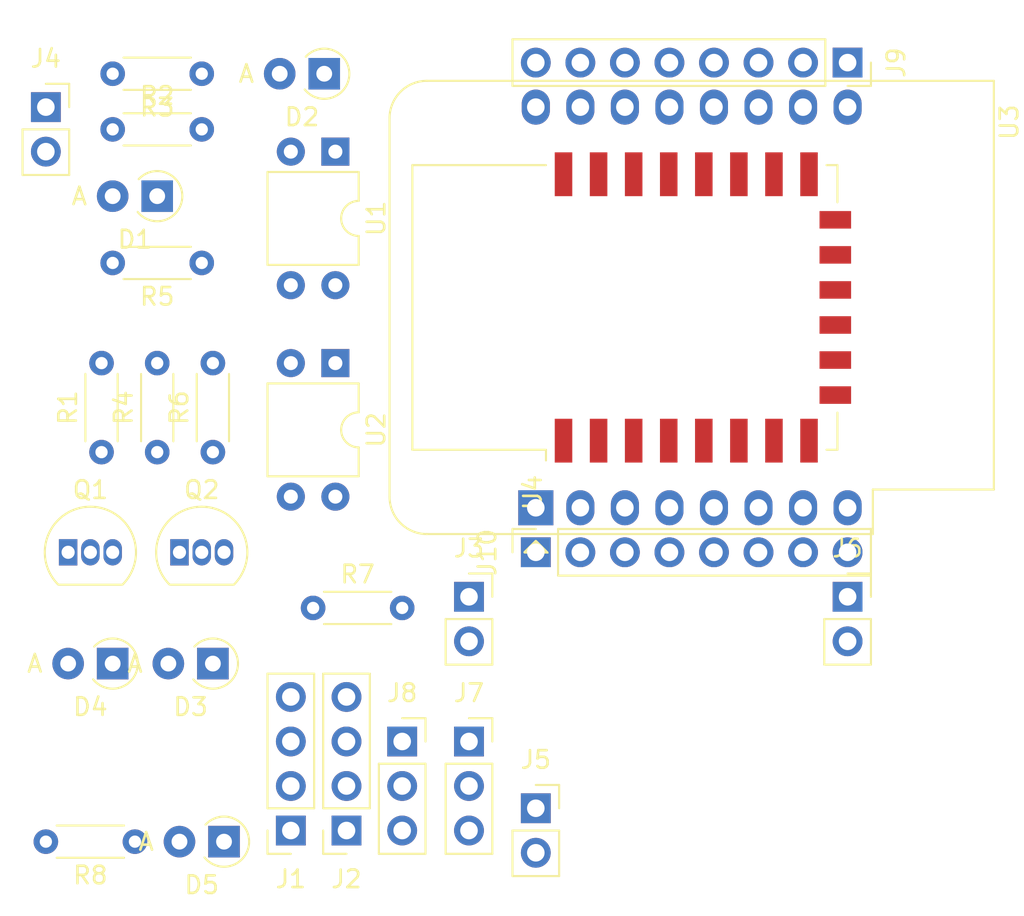
<source format=kicad_pcb>
(kicad_pcb (version 20171130) (host pcbnew 5.1.6-c6e7f7d~87~ubuntu18.04.1)

  (general
    (thickness 1.6)
    (drawings 5)
    (tracks 0)
    (zones 0)
    (modules 29)
    (nets 41)
  )

  (page A4)
  (layers
    (0 F.Cu signal)
    (31 B.Cu signal)
    (32 B.Adhes user)
    (33 F.Adhes user)
    (34 B.Paste user)
    (35 F.Paste user)
    (36 B.SilkS user)
    (37 F.SilkS user)
    (38 B.Mask user)
    (39 F.Mask user)
    (40 Dwgs.User user)
    (41 Cmts.User user)
    (42 Eco1.User user)
    (43 Eco2.User user)
    (44 Edge.Cuts user)
    (45 Margin user)
    (46 B.CrtYd user)
    (47 F.CrtYd user)
    (48 B.Fab user)
    (49 F.Fab user)
  )

  (setup
    (last_trace_width 0.25)
    (trace_clearance 0.2)
    (zone_clearance 0.508)
    (zone_45_only no)
    (trace_min 0.2)
    (via_size 0.8)
    (via_drill 0.4)
    (via_min_size 0.4)
    (via_min_drill 0.3)
    (uvia_size 0.3)
    (uvia_drill 0.1)
    (uvias_allowed no)
    (uvia_min_size 0.2)
    (uvia_min_drill 0.1)
    (edge_width 0.05)
    (segment_width 0.2)
    (pcb_text_width 0.3)
    (pcb_text_size 1.5 1.5)
    (mod_edge_width 0.12)
    (mod_text_size 1 1)
    (mod_text_width 0.15)
    (pad_size 1.524 1.524)
    (pad_drill 0.762)
    (pad_to_mask_clearance 0.05)
    (aux_axis_origin 0 0)
    (visible_elements FFFFFF7F)
    (pcbplotparams
      (layerselection 0x010fc_ffffffff)
      (usegerberextensions false)
      (usegerberattributes true)
      (usegerberadvancedattributes true)
      (creategerberjobfile true)
      (excludeedgelayer true)
      (linewidth 0.100000)
      (plotframeref false)
      (viasonmask false)
      (mode 1)
      (useauxorigin false)
      (hpglpennumber 1)
      (hpglpenspeed 20)
      (hpglpendiameter 15.000000)
      (psnegative false)
      (psa4output false)
      (plotreference true)
      (plotvalue true)
      (plotinvisibletext false)
      (padsonsilk false)
      (subtractmaskfromsilk false)
      (outputformat 1)
      (mirror false)
      (drillshape 1)
      (scaleselection 1)
      (outputdirectory ""))
  )

  (net 0 "")
  (net 1 B)
  (net 2 "Net-(D1-Pad1)")
  (net 3 "Net-(D2-Pad1)")
  (net 4 "Net-(D2-Pad2)")
  (net 5 "Net-(D3-Pad1)")
  (net 6 "Net-(D3-Pad2)")
  (net 7 A)
  (net 8 "Net-(D5-Pad1)")
  (net 9 "Net-(D5-Pad2)")
  (net 10 3V3)
  (net 11 GND)
  (net 12 SCL)
  (net 13 SDA)
  (net 14 5V)
  (net 15 D3)
  (net 16 ESP_TX)
  (net 17 ESP_RX)
  (net 18 D4)
  (net 19 RST)
  (net 20 A0)
  (net 21 D0)
  (net 22 D5)
  (net 23 D6)
  (net 24 D7)
  (net 25 D8)
  (net 26 "Net-(Q1-Pad2)")
  (net 27 "Net-(Q1-Pad3)")
  (net 28 "Net-(Q2-Pad2)")
  (net 29 TX)
  (net 30 RX)
  (net 31 "Net-(R6-Pad2)")
  (net 32 "Net-(U4-Pad3)")
  (net 33 "Net-(U4-Pad11)")
  (net 34 "Net-(U4-Pad12)")
  (net 35 "Net-(U4-Pad14)")
  (net 36 "Net-(U4-Pad9)")
  (net 37 "Net-(U4-Pad10)")
  (net 38 "Net-(U4-Pad13)")
  (net 39 "Net-(J2-Pad3)")
  (net 40 "Net-(J3-Pad2)")

  (net_class Default "This is the default net class."
    (clearance 0.2)
    (trace_width 0.25)
    (via_dia 0.8)
    (via_drill 0.4)
    (uvia_dia 0.3)
    (uvia_drill 0.1)
    (add_net 3V3)
    (add_net 5V)
    (add_net A)
    (add_net A0)
    (add_net B)
    (add_net D0)
    (add_net D3)
    (add_net D4)
    (add_net D5)
    (add_net D6)
    (add_net D7)
    (add_net D8)
    (add_net ESP_RX)
    (add_net ESP_TX)
    (add_net GND)
    (add_net "Net-(D1-Pad1)")
    (add_net "Net-(D2-Pad1)")
    (add_net "Net-(D2-Pad2)")
    (add_net "Net-(D3-Pad1)")
    (add_net "Net-(D3-Pad2)")
    (add_net "Net-(D5-Pad1)")
    (add_net "Net-(D5-Pad2)")
    (add_net "Net-(J2-Pad3)")
    (add_net "Net-(J3-Pad2)")
    (add_net "Net-(Q1-Pad2)")
    (add_net "Net-(Q1-Pad3)")
    (add_net "Net-(Q2-Pad2)")
    (add_net "Net-(R6-Pad2)")
    (add_net "Net-(U4-Pad10)")
    (add_net "Net-(U4-Pad11)")
    (add_net "Net-(U4-Pad12)")
    (add_net "Net-(U4-Pad13)")
    (add_net "Net-(U4-Pad14)")
    (add_net "Net-(U4-Pad3)")
    (add_net "Net-(U4-Pad9)")
    (add_net RST)
    (add_net RX)
    (add_net SCL)
    (add_net SDA)
    (add_net TX)
  )

  (module Connector_PinSocket_2.54mm:PinSocket_1x03_P2.54mm_Vertical (layer F.Cu) (tedit 5A19A429) (tstamp 5F564FB6)
    (at 73.66 55.245)
    (descr "Through hole straight socket strip, 1x03, 2.54mm pitch, single row (from Kicad 4.0.7), script generated")
    (tags "Through hole socket strip THT 1x03 2.54mm single row")
    (path /5F5D0080)
    (fp_text reference J8 (at 0 -2.77) (layer F.SilkS)
      (effects (font (size 1 1) (thickness 0.15)))
    )
    (fp_text value WS2812 (at 0 7.85) (layer F.Fab)
      (effects (font (size 1 1) (thickness 0.15)))
    )
    (fp_line (start -1.8 6.85) (end -1.8 -1.8) (layer F.CrtYd) (width 0.05))
    (fp_line (start 1.75 6.85) (end -1.8 6.85) (layer F.CrtYd) (width 0.05))
    (fp_line (start 1.75 -1.8) (end 1.75 6.85) (layer F.CrtYd) (width 0.05))
    (fp_line (start -1.8 -1.8) (end 1.75 -1.8) (layer F.CrtYd) (width 0.05))
    (fp_line (start 0 -1.33) (end 1.33 -1.33) (layer F.SilkS) (width 0.12))
    (fp_line (start 1.33 -1.33) (end 1.33 0) (layer F.SilkS) (width 0.12))
    (fp_line (start 1.33 1.27) (end 1.33 6.41) (layer F.SilkS) (width 0.12))
    (fp_line (start -1.33 6.41) (end 1.33 6.41) (layer F.SilkS) (width 0.12))
    (fp_line (start -1.33 1.27) (end -1.33 6.41) (layer F.SilkS) (width 0.12))
    (fp_line (start -1.33 1.27) (end 1.33 1.27) (layer F.SilkS) (width 0.12))
    (fp_line (start -1.27 6.35) (end -1.27 -1.27) (layer F.Fab) (width 0.1))
    (fp_line (start 1.27 6.35) (end -1.27 6.35) (layer F.Fab) (width 0.1))
    (fp_line (start 1.27 -0.635) (end 1.27 6.35) (layer F.Fab) (width 0.1))
    (fp_line (start 0.635 -1.27) (end 1.27 -0.635) (layer F.Fab) (width 0.1))
    (fp_line (start -1.27 -1.27) (end 0.635 -1.27) (layer F.Fab) (width 0.1))
    (fp_text user %R (at 0 2.54 90) (layer F.Fab)
      (effects (font (size 1 1) (thickness 0.15)))
    )
    (pad 3 thru_hole oval (at 0 5.08) (size 1.7 1.7) (drill 1) (layers *.Cu *.Mask)
      (net 11 GND))
    (pad 2 thru_hole oval (at 0 2.54) (size 1.7 1.7) (drill 1) (layers *.Cu *.Mask)
      (net 18 D4))
    (pad 1 thru_hole rect (at 0 0) (size 1.7 1.7) (drill 1) (layers *.Cu *.Mask)
      (net 14 5V))
    (model ${KISYS3DMOD}/Connector_PinSocket_2.54mm.3dshapes/PinSocket_1x03_P2.54mm_Vertical.wrl
      (at (xyz 0 0 0))
      (scale (xyz 1 1 1))
      (rotate (xyz 0 0 0))
    )
  )

  (module Connector_PinSocket_2.54mm:PinSocket_1x02_P2.54mm_Vertical (layer F.Cu) (tedit 5A19A420) (tstamp 5F563AA2)
    (at 99.06 46.99)
    (descr "Through hole straight socket strip, 1x02, 2.54mm pitch, single row (from Kicad 4.0.7), script generated")
    (tags "Through hole socket strip THT 1x02 2.54mm single row")
    (path /5F5AA2BF)
    (fp_text reference J6 (at 0 -2.77) (layer F.SilkS)
      (effects (font (size 1 1) (thickness 0.15)))
    )
    (fp_text value PSU_OUT (at 0 5.31) (layer F.Fab)
      (effects (font (size 1 1) (thickness 0.15)))
    )
    (fp_line (start -1.8 4.3) (end -1.8 -1.8) (layer F.CrtYd) (width 0.05))
    (fp_line (start 1.75 4.3) (end -1.8 4.3) (layer F.CrtYd) (width 0.05))
    (fp_line (start 1.75 -1.8) (end 1.75 4.3) (layer F.CrtYd) (width 0.05))
    (fp_line (start -1.8 -1.8) (end 1.75 -1.8) (layer F.CrtYd) (width 0.05))
    (fp_line (start 0 -1.33) (end 1.33 -1.33) (layer F.SilkS) (width 0.12))
    (fp_line (start 1.33 -1.33) (end 1.33 0) (layer F.SilkS) (width 0.12))
    (fp_line (start 1.33 1.27) (end 1.33 3.87) (layer F.SilkS) (width 0.12))
    (fp_line (start -1.33 3.87) (end 1.33 3.87) (layer F.SilkS) (width 0.12))
    (fp_line (start -1.33 1.27) (end -1.33 3.87) (layer F.SilkS) (width 0.12))
    (fp_line (start -1.33 1.27) (end 1.33 1.27) (layer F.SilkS) (width 0.12))
    (fp_line (start -1.27 3.81) (end -1.27 -1.27) (layer F.Fab) (width 0.1))
    (fp_line (start 1.27 3.81) (end -1.27 3.81) (layer F.Fab) (width 0.1))
    (fp_line (start 1.27 -0.635) (end 1.27 3.81) (layer F.Fab) (width 0.1))
    (fp_line (start 0.635 -1.27) (end 1.27 -0.635) (layer F.Fab) (width 0.1))
    (fp_line (start -1.27 -1.27) (end 0.635 -1.27) (layer F.Fab) (width 0.1))
    (fp_text user %R (at 0 1.27 90) (layer F.Fab)
      (effects (font (size 1 1) (thickness 0.15)))
    )
    (pad 2 thru_hole oval (at 0 2.54) (size 1.7 1.7) (drill 1) (layers *.Cu *.Mask)
      (net 11 GND))
    (pad 1 thru_hole rect (at 0 0) (size 1.7 1.7) (drill 1) (layers *.Cu *.Mask)
      (net 14 5V))
    (model ${KISYS3DMOD}/Connector_PinSocket_2.54mm.3dshapes/PinSocket_1x02_P2.54mm_Vertical.wrl
      (at (xyz 0 0 0))
      (scale (xyz 1 1 1))
      (rotate (xyz 0 0 0))
    )
  )

  (module Connector_PinSocket_2.54mm:PinSocket_1x02_P2.54mm_Vertical (layer F.Cu) (tedit 5A19A420) (tstamp 5F56399C)
    (at 81.28 59.055)
    (descr "Through hole straight socket strip, 1x02, 2.54mm pitch, single row (from Kicad 4.0.7), script generated")
    (tags "Through hole socket strip THT 1x02 2.54mm single row")
    (path /5F5A73B4)
    (fp_text reference J5 (at 0 -2.77) (layer F.SilkS)
      (effects (font (size 1 1) (thickness 0.15)))
    )
    (fp_text value PSU_IN (at 0 5.31) (layer F.Fab)
      (effects (font (size 1 1) (thickness 0.15)))
    )
    (fp_line (start -1.8 4.3) (end -1.8 -1.8) (layer F.CrtYd) (width 0.05))
    (fp_line (start 1.75 4.3) (end -1.8 4.3) (layer F.CrtYd) (width 0.05))
    (fp_line (start 1.75 -1.8) (end 1.75 4.3) (layer F.CrtYd) (width 0.05))
    (fp_line (start -1.8 -1.8) (end 1.75 -1.8) (layer F.CrtYd) (width 0.05))
    (fp_line (start 0 -1.33) (end 1.33 -1.33) (layer F.SilkS) (width 0.12))
    (fp_line (start 1.33 -1.33) (end 1.33 0) (layer F.SilkS) (width 0.12))
    (fp_line (start 1.33 1.27) (end 1.33 3.87) (layer F.SilkS) (width 0.12))
    (fp_line (start -1.33 3.87) (end 1.33 3.87) (layer F.SilkS) (width 0.12))
    (fp_line (start -1.33 1.27) (end -1.33 3.87) (layer F.SilkS) (width 0.12))
    (fp_line (start -1.33 1.27) (end 1.33 1.27) (layer F.SilkS) (width 0.12))
    (fp_line (start -1.27 3.81) (end -1.27 -1.27) (layer F.Fab) (width 0.1))
    (fp_line (start 1.27 3.81) (end -1.27 3.81) (layer F.Fab) (width 0.1))
    (fp_line (start 1.27 -0.635) (end 1.27 3.81) (layer F.Fab) (width 0.1))
    (fp_line (start 0.635 -1.27) (end 1.27 -0.635) (layer F.Fab) (width 0.1))
    (fp_line (start -1.27 -1.27) (end 0.635 -1.27) (layer F.Fab) (width 0.1))
    (fp_text user %R (at 0 1.27 90) (layer F.Fab)
      (effects (font (size 1 1) (thickness 0.15)))
    )
    (pad 2 thru_hole oval (at 0 2.54) (size 1.7 1.7) (drill 1) (layers *.Cu *.Mask)
      (net 1 B))
    (pad 1 thru_hole rect (at 0 0) (size 1.7 1.7) (drill 1) (layers *.Cu *.Mask)
      (net 40 "Net-(J3-Pad2)"))
    (model ${KISYS3DMOD}/Connector_PinSocket_2.54mm.3dshapes/PinSocket_1x02_P2.54mm_Vertical.wrl
      (at (xyz 0 0 0))
      (scale (xyz 1 1 1))
      (rotate (xyz 0 0 0))
    )
  )

  (module Diode_THT:D_A-405_P2.54mm_Vertical_AnodeUp (layer F.Cu) (tedit 5AE50CD5) (tstamp 5F55C43B)
    (at 63.5 60.96 180)
    (descr "Diode, A-405 series, Axial, Vertical, pin pitch=2.54mm, , length*diameter=5.2*2.7mm^2, , http://www.diodes.com/_files/packages/A-405.pdf")
    (tags "Diode A-405 series Axial Vertical pin pitch 2.54mm  length 5.2mm diameter 2.7mm")
    (path /5F5E3E56)
    (fp_text reference D5 (at 1.27 -2.47) (layer F.SilkS)
      (effects (font (size 1 1) (thickness 0.15)))
    )
    (fp_text value 1N4001 (at 1.27 3.359) (layer F.Fab)
      (effects (font (size 1 1) (thickness 0.15)))
    )
    (fp_line (start 3.69 -1.6) (end -1.6 -1.6) (layer F.CrtYd) (width 0.05))
    (fp_line (start 3.69 1.6) (end 3.69 -1.6) (layer F.CrtYd) (width 0.05))
    (fp_line (start -1.6 1.6) (end 3.69 1.6) (layer F.CrtYd) (width 0.05))
    (fp_line (start -1.6 -1.6) (end -1.6 1.6) (layer F.CrtYd) (width 0.05))
    (fp_line (start 0 0) (end 2.54 0) (layer F.Fab) (width 0.1))
    (fp_circle (center 0 0) (end 1.35 0) (layer F.Fab) (width 0.1))
    (fp_text user A (at 4.44 0) (layer F.SilkS)
      (effects (font (size 1 1) (thickness 0.15)))
    )
    (fp_text user A (at 4.44 0) (layer F.Fab)
      (effects (font (size 1 1) (thickness 0.15)))
    )
    (fp_text user %R (at 1.27 -2.47) (layer F.Fab)
      (effects (font (size 1 1) (thickness 0.15)))
    )
    (fp_arc (start 0 0) (end 1.113239 -0.9) (angle -278.451986) (layer F.SilkS) (width 0.12))
    (pad 2 thru_hole oval (at 2.54 0 180) (size 1.8 1.8) (drill 0.9) (layers *.Cu *.Mask)
      (net 9 "Net-(D5-Pad2)"))
    (pad 1 thru_hole rect (at 0 0 180) (size 1.8 1.8) (drill 0.9) (layers *.Cu *.Mask)
      (net 8 "Net-(D5-Pad1)"))
    (model ${KISYS3DMOD}/Diode_THT.3dshapes/D_A-405_P2.54mm_Vertical_AnodeUp.wrl
      (at (xyz 0 0 0))
      (scale (xyz 1 1 1))
      (rotate (xyz 0 0 0))
    )
  )

  (module Diode_THT:D_A-405_P2.54mm_Vertical_AnodeUp (layer F.Cu) (tedit 5AE50CD5) (tstamp 5F562BDE)
    (at 57.15 50.8 180)
    (descr "Diode, A-405 series, Axial, Vertical, pin pitch=2.54mm, , length*diameter=5.2*2.7mm^2, , http://www.diodes.com/_files/packages/A-405.pdf")
    (tags "Diode A-405 series Axial Vertical pin pitch 2.54mm  length 5.2mm diameter 2.7mm")
    (path /5F57281A)
    (fp_text reference D4 (at 1.27 -2.47) (layer F.SilkS)
      (effects (font (size 1 1) (thickness 0.15)))
    )
    (fp_text value 1N4001 (at 1.27 3.359) (layer F.Fab)
      (effects (font (size 1 1) (thickness 0.15)))
    )
    (fp_line (start 3.69 -1.6) (end -1.6 -1.6) (layer F.CrtYd) (width 0.05))
    (fp_line (start 3.69 1.6) (end 3.69 -1.6) (layer F.CrtYd) (width 0.05))
    (fp_line (start -1.6 1.6) (end 3.69 1.6) (layer F.CrtYd) (width 0.05))
    (fp_line (start -1.6 -1.6) (end -1.6 1.6) (layer F.CrtYd) (width 0.05))
    (fp_line (start 0 0) (end 2.54 0) (layer F.Fab) (width 0.1))
    (fp_circle (center 0 0) (end 1.35 0) (layer F.Fab) (width 0.1))
    (fp_text user A (at 4.44 0) (layer F.SilkS)
      (effects (font (size 1 1) (thickness 0.15)))
    )
    (fp_text user A (at 4.44 0) (layer F.Fab)
      (effects (font (size 1 1) (thickness 0.15)))
    )
    (fp_text user %R (at 1.27 -2.47) (layer F.Fab)
      (effects (font (size 1 1) (thickness 0.15)))
    )
    (fp_arc (start 0 0) (end 1.113239 -0.9) (angle -278.451986) (layer F.SilkS) (width 0.12))
    (pad 2 thru_hole oval (at 2.54 0 180) (size 1.8 1.8) (drill 0.9) (layers *.Cu *.Mask)
      (net 7 A))
    (pad 1 thru_hole rect (at 0 0 180) (size 1.8 1.8) (drill 0.9) (layers *.Cu *.Mask)
      (net 5 "Net-(D3-Pad1)"))
    (model ${KISYS3DMOD}/Diode_THT.3dshapes/D_A-405_P2.54mm_Vertical_AnodeUp.wrl
      (at (xyz 0 0 0))
      (scale (xyz 1 1 1))
      (rotate (xyz 0 0 0))
    )
  )

  (module Diode_THT:D_A-405_P2.54mm_Vertical_AnodeUp (layer F.Cu) (tedit 5AE50CD5) (tstamp 5F55C3FD)
    (at 62.865 50.8 180)
    (descr "Diode, A-405 series, Axial, Vertical, pin pitch=2.54mm, , length*diameter=5.2*2.7mm^2, , http://www.diodes.com/_files/packages/A-405.pdf")
    (tags "Diode A-405 series Axial Vertical pin pitch 2.54mm  length 5.2mm diameter 2.7mm")
    (path /5F5713B8)
    (fp_text reference D3 (at 1.27 -2.47) (layer F.SilkS)
      (effects (font (size 1 1) (thickness 0.15)))
    )
    (fp_text value 13 (at 1.27 3.359) (layer F.Fab)
      (effects (font (size 1 1) (thickness 0.15)))
    )
    (fp_line (start 3.69 -1.6) (end -1.6 -1.6) (layer F.CrtYd) (width 0.05))
    (fp_line (start 3.69 1.6) (end 3.69 -1.6) (layer F.CrtYd) (width 0.05))
    (fp_line (start -1.6 1.6) (end 3.69 1.6) (layer F.CrtYd) (width 0.05))
    (fp_line (start -1.6 -1.6) (end -1.6 1.6) (layer F.CrtYd) (width 0.05))
    (fp_line (start 0 0) (end 2.54 0) (layer F.Fab) (width 0.1))
    (fp_circle (center 0 0) (end 1.35 0) (layer F.Fab) (width 0.1))
    (fp_text user A (at 4.44 0) (layer F.SilkS)
      (effects (font (size 1 1) (thickness 0.15)))
    )
    (fp_text user A (at 4.44 0) (layer F.Fab)
      (effects (font (size 1 1) (thickness 0.15)))
    )
    (fp_text user %R (at 1.27 -2.47) (layer F.Fab)
      (effects (font (size 1 1) (thickness 0.15)))
    )
    (fp_arc (start 0 0) (end 1.113239 -0.9) (angle -278.451986) (layer F.SilkS) (width 0.12))
    (pad 2 thru_hole oval (at 2.54 0 180) (size 1.8 1.8) (drill 0.9) (layers *.Cu *.Mask)
      (net 6 "Net-(D3-Pad2)"))
    (pad 1 thru_hole rect (at 0 0 180) (size 1.8 1.8) (drill 0.9) (layers *.Cu *.Mask)
      (net 5 "Net-(D3-Pad1)"))
    (model ${KISYS3DMOD}/Diode_THT.3dshapes/D_A-405_P2.54mm_Vertical_AnodeUp.wrl
      (at (xyz 0 0 0))
      (scale (xyz 1 1 1))
      (rotate (xyz 0 0 0))
    )
  )

  (module Diode_THT:D_A-405_P2.54mm_Vertical_AnodeUp (layer F.Cu) (tedit 5AE50CD5) (tstamp 5F55C3DE)
    (at 69.215 17.145 180)
    (descr "Diode, A-405 series, Axial, Vertical, pin pitch=2.54mm, , length*diameter=5.2*2.7mm^2, , http://www.diodes.com/_files/packages/A-405.pdf")
    (tags "Diode A-405 series Axial Vertical pin pitch 2.54mm  length 5.2mm diameter 2.7mm")
    (path /5F563589)
    (fp_text reference D2 (at 1.27 -2.47) (layer F.SilkS)
      (effects (font (size 1 1) (thickness 0.15)))
    )
    (fp_text value 1N4001 (at 1.27 3.359) (layer F.Fab)
      (effects (font (size 1 1) (thickness 0.15)))
    )
    (fp_line (start 3.69 -1.6) (end -1.6 -1.6) (layer F.CrtYd) (width 0.05))
    (fp_line (start 3.69 1.6) (end 3.69 -1.6) (layer F.CrtYd) (width 0.05))
    (fp_line (start -1.6 1.6) (end 3.69 1.6) (layer F.CrtYd) (width 0.05))
    (fp_line (start -1.6 -1.6) (end -1.6 1.6) (layer F.CrtYd) (width 0.05))
    (fp_line (start 0 0) (end 2.54 0) (layer F.Fab) (width 0.1))
    (fp_circle (center 0 0) (end 1.35 0) (layer F.Fab) (width 0.1))
    (fp_text user A (at 4.44 0) (layer F.SilkS)
      (effects (font (size 1 1) (thickness 0.15)))
    )
    (fp_text user A (at 4.44 0) (layer F.Fab)
      (effects (font (size 1 1) (thickness 0.15)))
    )
    (fp_text user %R (at 1.27 -2.47) (layer F.Fab)
      (effects (font (size 1 1) (thickness 0.15)))
    )
    (fp_arc (start 0 0) (end 1.113239 -0.9) (angle -278.451986) (layer F.SilkS) (width 0.12))
    (pad 2 thru_hole oval (at 2.54 0 180) (size 1.8 1.8) (drill 0.9) (layers *.Cu *.Mask)
      (net 4 "Net-(D2-Pad2)"))
    (pad 1 thru_hole rect (at 0 0 180) (size 1.8 1.8) (drill 0.9) (layers *.Cu *.Mask)
      (net 3 "Net-(D2-Pad1)"))
    (model ${KISYS3DMOD}/Diode_THT.3dshapes/D_A-405_P2.54mm_Vertical_AnodeUp.wrl
      (at (xyz 0 0 0))
      (scale (xyz 1 1 1))
      (rotate (xyz 0 0 0))
    )
  )

  (module Diode_THT:D_A-405_P2.54mm_Vertical_AnodeUp (layer F.Cu) (tedit 5AE50CD5) (tstamp 5F565AAF)
    (at 59.69 24.13 180)
    (descr "Diode, A-405 series, Axial, Vertical, pin pitch=2.54mm, , length*diameter=5.2*2.7mm^2, , http://www.diodes.com/_files/packages/A-405.pdf")
    (tags "Diode A-405 series Axial Vertical pin pitch 2.54mm  length 5.2mm diameter 2.7mm")
    (path /5F5679E8)
    (fp_text reference D1 (at 1.27 -2.47) (layer F.SilkS)
      (effects (font (size 1 1) (thickness 0.15)))
    )
    (fp_text value 13 (at 1.27 3.359) (layer F.Fab)
      (effects (font (size 1 1) (thickness 0.15)))
    )
    (fp_line (start 3.69 -1.6) (end -1.6 -1.6) (layer F.CrtYd) (width 0.05))
    (fp_line (start 3.69 1.6) (end 3.69 -1.6) (layer F.CrtYd) (width 0.05))
    (fp_line (start -1.6 1.6) (end 3.69 1.6) (layer F.CrtYd) (width 0.05))
    (fp_line (start -1.6 -1.6) (end -1.6 1.6) (layer F.CrtYd) (width 0.05))
    (fp_line (start 0 0) (end 2.54 0) (layer F.Fab) (width 0.1))
    (fp_circle (center 0 0) (end 1.35 0) (layer F.Fab) (width 0.1))
    (fp_text user A (at 4.44 0) (layer F.SilkS)
      (effects (font (size 1 1) (thickness 0.15)))
    )
    (fp_text user A (at 4.44 0) (layer F.Fab)
      (effects (font (size 1 1) (thickness 0.15)))
    )
    (fp_text user %R (at 1.27 -2.47) (layer F.Fab)
      (effects (font (size 1 1) (thickness 0.15)))
    )
    (fp_arc (start 0 0) (end 1.113239 -0.9) (angle -278.451986) (layer F.SilkS) (width 0.12))
    (pad 2 thru_hole oval (at 2.54 0 180) (size 1.8 1.8) (drill 0.9) (layers *.Cu *.Mask)
      (net 1 B))
    (pad 1 thru_hole rect (at 0 0 180) (size 1.8 1.8) (drill 0.9) (layers *.Cu *.Mask)
      (net 2 "Net-(D1-Pad1)"))
    (model ${KISYS3DMOD}/Diode_THT.3dshapes/D_A-405_P2.54mm_Vertical_AnodeUp.wrl
      (at (xyz 0 0 0))
      (scale (xyz 1 1 1))
      (rotate (xyz 0 0 0))
    )
  )

  (module Connector_PinSocket_2.54mm:PinSocket_1x02_P2.54mm_Vertical (layer F.Cu) (tedit 5A19A420) (tstamp 5F562410)
    (at 77.47 46.99)
    (descr "Through hole straight socket strip, 1x02, 2.54mm pitch, single row (from Kicad 4.0.7), script generated")
    (tags "Through hole socket strip THT 1x02 2.54mm single row")
    (path /5F563401)
    (fp_text reference J3 (at 0 -2.77) (layer F.SilkS)
      (effects (font (size 1 1) (thickness 0.15)))
    )
    (fp_text value "DC Switch" (at 0 5.31) (layer F.Fab)
      (effects (font (size 1 1) (thickness 0.15)))
    )
    (fp_line (start -1.8 4.3) (end -1.8 -1.8) (layer F.CrtYd) (width 0.05))
    (fp_line (start 1.75 4.3) (end -1.8 4.3) (layer F.CrtYd) (width 0.05))
    (fp_line (start 1.75 -1.8) (end 1.75 4.3) (layer F.CrtYd) (width 0.05))
    (fp_line (start -1.8 -1.8) (end 1.75 -1.8) (layer F.CrtYd) (width 0.05))
    (fp_line (start 0 -1.33) (end 1.33 -1.33) (layer F.SilkS) (width 0.12))
    (fp_line (start 1.33 -1.33) (end 1.33 0) (layer F.SilkS) (width 0.12))
    (fp_line (start 1.33 1.27) (end 1.33 3.87) (layer F.SilkS) (width 0.12))
    (fp_line (start -1.33 3.87) (end 1.33 3.87) (layer F.SilkS) (width 0.12))
    (fp_line (start -1.33 1.27) (end -1.33 3.87) (layer F.SilkS) (width 0.12))
    (fp_line (start -1.33 1.27) (end 1.33 1.27) (layer F.SilkS) (width 0.12))
    (fp_line (start -1.27 3.81) (end -1.27 -1.27) (layer F.Fab) (width 0.1))
    (fp_line (start 1.27 3.81) (end -1.27 3.81) (layer F.Fab) (width 0.1))
    (fp_line (start 1.27 -0.635) (end 1.27 3.81) (layer F.Fab) (width 0.1))
    (fp_line (start 0.635 -1.27) (end 1.27 -0.635) (layer F.Fab) (width 0.1))
    (fp_line (start -1.27 -1.27) (end 0.635 -1.27) (layer F.Fab) (width 0.1))
    (fp_text user %R (at 0 1.27 90) (layer F.Fab)
      (effects (font (size 1 1) (thickness 0.15)))
    )
    (pad 2 thru_hole oval (at 0 2.54) (size 1.7 1.7) (drill 1) (layers *.Cu *.Mask)
      (net 40 "Net-(J3-Pad2)"))
    (pad 1 thru_hole rect (at 0 0) (size 1.7 1.7) (drill 1) (layers *.Cu *.Mask)
      (net 8 "Net-(D5-Pad1)"))
    (model ${KISYS3DMOD}/Connector_PinSocket_2.54mm.3dshapes/PinSocket_1x02_P2.54mm_Vertical.wrl
      (at (xyz 0 0 0))
      (scale (xyz 1 1 1))
      (rotate (xyz 0 0 0))
    )
  )

  (module Connector_PinSocket_2.54mm:PinSocket_1x03_P2.54mm_Vertical (layer F.Cu) (tedit 5A19A429) (tstamp 5F55C697)
    (at 77.47 55.245)
    (descr "Through hole straight socket strip, 1x03, 2.54mm pitch, single row (from Kicad 4.0.7), script generated")
    (tags "Through hole socket strip THT 1x03 2.54mm single row")
    (path /5F6377E8)
    (fp_text reference J7 (at 0 -2.77) (layer F.SilkS)
      (effects (font (size 1 1) (thickness 0.15)))
    )
    (fp_text value PWR (at 0 7.85) (layer F.Fab)
      (effects (font (size 1 1) (thickness 0.15)))
    )
    (fp_line (start -1.27 -1.27) (end 0.635 -1.27) (layer F.Fab) (width 0.1))
    (fp_line (start 0.635 -1.27) (end 1.27 -0.635) (layer F.Fab) (width 0.1))
    (fp_line (start 1.27 -0.635) (end 1.27 6.35) (layer F.Fab) (width 0.1))
    (fp_line (start 1.27 6.35) (end -1.27 6.35) (layer F.Fab) (width 0.1))
    (fp_line (start -1.27 6.35) (end -1.27 -1.27) (layer F.Fab) (width 0.1))
    (fp_line (start -1.33 1.27) (end 1.33 1.27) (layer F.SilkS) (width 0.12))
    (fp_line (start -1.33 1.27) (end -1.33 6.41) (layer F.SilkS) (width 0.12))
    (fp_line (start -1.33 6.41) (end 1.33 6.41) (layer F.SilkS) (width 0.12))
    (fp_line (start 1.33 1.27) (end 1.33 6.41) (layer F.SilkS) (width 0.12))
    (fp_line (start 1.33 -1.33) (end 1.33 0) (layer F.SilkS) (width 0.12))
    (fp_line (start 0 -1.33) (end 1.33 -1.33) (layer F.SilkS) (width 0.12))
    (fp_line (start -1.8 -1.8) (end 1.75 -1.8) (layer F.CrtYd) (width 0.05))
    (fp_line (start 1.75 -1.8) (end 1.75 6.85) (layer F.CrtYd) (width 0.05))
    (fp_line (start 1.75 6.85) (end -1.8 6.85) (layer F.CrtYd) (width 0.05))
    (fp_line (start -1.8 6.85) (end -1.8 -1.8) (layer F.CrtYd) (width 0.05))
    (fp_text user %R (at 0 2.54 90) (layer F.Fab)
      (effects (font (size 1 1) (thickness 0.15)))
    )
    (pad 3 thru_hole oval (at 0 5.08) (size 1.7 1.7) (drill 1) (layers *.Cu *.Mask)
      (net 11 GND))
    (pad 2 thru_hole oval (at 0 2.54) (size 1.7 1.7) (drill 1) (layers *.Cu *.Mask)
      (net 10 3V3))
    (pad 1 thru_hole rect (at 0 0) (size 1.7 1.7) (drill 1) (layers *.Cu *.Mask)
      (net 14 5V))
    (model ${KISYS3DMOD}/Connector_PinSocket_2.54mm.3dshapes/PinSocket_1x03_P2.54mm_Vertical.wrl
      (at (xyz 0 0 0))
      (scale (xyz 1 1 1))
      (rotate (xyz 0 0 0))
    )
  )

  (module Connector_PinSocket_2.54mm:PinSocket_1x08_P2.54mm_Vertical (layer F.Cu) (tedit 5A19A420) (tstamp 5F563EF5)
    (at 81.28 44.45 90)
    (descr "Through hole straight socket strip, 1x08, 2.54mm pitch, single row (from Kicad 4.0.7), script generated")
    (tags "Through hole socket strip THT 1x08 2.54mm single row")
    (path /5F61916D)
    (fp_text reference J10 (at 0 -2.77 90) (layer F.SilkS)
      (effects (font (size 1 1) (thickness 0.15)))
    )
    (fp_text value Wemos_header_right (at -2.54 8.89 180) (layer F.Fab)
      (effects (font (size 1 1) (thickness 0.15)))
    )
    (fp_line (start -1.27 -1.27) (end 0.635 -1.27) (layer F.Fab) (width 0.1))
    (fp_line (start 0.635 -1.27) (end 1.27 -0.635) (layer F.Fab) (width 0.1))
    (fp_line (start 1.27 -0.635) (end 1.27 19.05) (layer F.Fab) (width 0.1))
    (fp_line (start 1.27 19.05) (end -1.27 19.05) (layer F.Fab) (width 0.1))
    (fp_line (start -1.27 19.05) (end -1.27 -1.27) (layer F.Fab) (width 0.1))
    (fp_line (start -1.33 1.27) (end 1.33 1.27) (layer F.SilkS) (width 0.12))
    (fp_line (start -1.33 1.27) (end -1.33 19.11) (layer F.SilkS) (width 0.12))
    (fp_line (start -1.33 19.11) (end 1.33 19.11) (layer F.SilkS) (width 0.12))
    (fp_line (start 1.33 1.27) (end 1.33 19.11) (layer F.SilkS) (width 0.12))
    (fp_line (start 1.33 -1.33) (end 1.33 0) (layer F.SilkS) (width 0.12))
    (fp_line (start 0 -1.33) (end 1.33 -1.33) (layer F.SilkS) (width 0.12))
    (fp_line (start -1.8 -1.8) (end 1.75 -1.8) (layer F.CrtYd) (width 0.05))
    (fp_line (start 1.75 -1.8) (end 1.75 19.55) (layer F.CrtYd) (width 0.05))
    (fp_line (start 1.75 19.55) (end -1.8 19.55) (layer F.CrtYd) (width 0.05))
    (fp_line (start -1.8 19.55) (end -1.8 -1.8) (layer F.CrtYd) (width 0.05))
    (fp_text user %R (at 0 8.89) (layer F.Fab)
      (effects (font (size 1 1) (thickness 0.15)))
    )
    (pad 8 thru_hole oval (at 0 17.78 90) (size 1.7 1.7) (drill 1) (layers *.Cu *.Mask)
      (net 10 3V3))
    (pad 7 thru_hole oval (at 0 15.24 90) (size 1.7 1.7) (drill 1) (layers *.Cu *.Mask)
      (net 25 D8))
    (pad 6 thru_hole oval (at 0 12.7 90) (size 1.7 1.7) (drill 1) (layers *.Cu *.Mask)
      (net 24 D7))
    (pad 5 thru_hole oval (at 0 10.16 90) (size 1.7 1.7) (drill 1) (layers *.Cu *.Mask)
      (net 23 D6))
    (pad 4 thru_hole oval (at 0 7.62 90) (size 1.7 1.7) (drill 1) (layers *.Cu *.Mask)
      (net 22 D5))
    (pad 3 thru_hole oval (at 0 5.08 90) (size 1.7 1.7) (drill 1) (layers *.Cu *.Mask)
      (net 21 D0))
    (pad 2 thru_hole oval (at 0 2.54 90) (size 1.7 1.7) (drill 1) (layers *.Cu *.Mask)
      (net 20 A0))
    (pad 1 thru_hole rect (at 0 0 90) (size 1.7 1.7) (drill 1) (layers *.Cu *.Mask)
      (net 19 RST))
    (model ${KISYS3DMOD}/Connector_PinSocket_2.54mm.3dshapes/PinSocket_1x08_P2.54mm_Vertical.wrl
      (at (xyz 0 0 0))
      (scale (xyz 1 1 1))
      (rotate (xyz 0 0 0))
    )
  )

  (module Connector_PinSocket_2.54mm:PinSocket_1x08_P2.54mm_Vertical (layer F.Cu) (tedit 5A19A420) (tstamp 5F55C5D6)
    (at 99.06 16.51 270)
    (descr "Through hole straight socket strip, 1x08, 2.54mm pitch, single row (from Kicad 4.0.7), script generated")
    (tags "Through hole socket strip THT 1x08 2.54mm single row")
    (path /5F61A91F)
    (fp_text reference J9 (at 0 -2.77 90) (layer F.SilkS)
      (effects (font (size 1 1) (thickness 0.15)))
    )
    (fp_text value Wemos_header_left (at -2.54 10.16 180) (layer F.Fab)
      (effects (font (size 1 1) (thickness 0.15)))
    )
    (fp_line (start -1.27 -1.27) (end 0.635 -1.27) (layer F.Fab) (width 0.1))
    (fp_line (start 0.635 -1.27) (end 1.27 -0.635) (layer F.Fab) (width 0.1))
    (fp_line (start 1.27 -0.635) (end 1.27 19.05) (layer F.Fab) (width 0.1))
    (fp_line (start 1.27 19.05) (end -1.27 19.05) (layer F.Fab) (width 0.1))
    (fp_line (start -1.27 19.05) (end -1.27 -1.27) (layer F.Fab) (width 0.1))
    (fp_line (start -1.33 1.27) (end 1.33 1.27) (layer F.SilkS) (width 0.12))
    (fp_line (start -1.33 1.27) (end -1.33 19.11) (layer F.SilkS) (width 0.12))
    (fp_line (start -1.33 19.11) (end 1.33 19.11) (layer F.SilkS) (width 0.12))
    (fp_line (start 1.33 1.27) (end 1.33 19.11) (layer F.SilkS) (width 0.12))
    (fp_line (start 1.33 -1.33) (end 1.33 0) (layer F.SilkS) (width 0.12))
    (fp_line (start 0 -1.33) (end 1.33 -1.33) (layer F.SilkS) (width 0.12))
    (fp_line (start -1.8 -1.8) (end 1.75 -1.8) (layer F.CrtYd) (width 0.05))
    (fp_line (start 1.75 -1.8) (end 1.75 19.55) (layer F.CrtYd) (width 0.05))
    (fp_line (start 1.75 19.55) (end -1.8 19.55) (layer F.CrtYd) (width 0.05))
    (fp_line (start -1.8 19.55) (end -1.8 -1.8) (layer F.CrtYd) (width 0.05))
    (fp_text user %R (at 0 8.89) (layer F.Fab)
      (effects (font (size 1 1) (thickness 0.15)))
    )
    (pad 8 thru_hole oval (at 0 17.78 270) (size 1.7 1.7) (drill 1) (layers *.Cu *.Mask)
      (net 16 ESP_TX))
    (pad 7 thru_hole oval (at 0 15.24 270) (size 1.7 1.7) (drill 1) (layers *.Cu *.Mask)
      (net 17 ESP_RX))
    (pad 6 thru_hole oval (at 0 12.7 270) (size 1.7 1.7) (drill 1) (layers *.Cu *.Mask)
      (net 12 SCL))
    (pad 5 thru_hole oval (at 0 10.16 270) (size 1.7 1.7) (drill 1) (layers *.Cu *.Mask)
      (net 13 SDA))
    (pad 4 thru_hole oval (at 0 7.62 270) (size 1.7 1.7) (drill 1) (layers *.Cu *.Mask)
      (net 15 D3))
    (pad 3 thru_hole oval (at 0 5.08 270) (size 1.7 1.7) (drill 1) (layers *.Cu *.Mask)
      (net 18 D4))
    (pad 2 thru_hole oval (at 0 2.54 270) (size 1.7 1.7) (drill 1) (layers *.Cu *.Mask)
      (net 11 GND))
    (pad 1 thru_hole rect (at 0 0 270) (size 1.7 1.7) (drill 1) (layers *.Cu *.Mask)
      (net 14 5V))
    (model ${KISYS3DMOD}/Connector_PinSocket_2.54mm.3dshapes/PinSocket_1x08_P2.54mm_Vertical.wrl
      (at (xyz 0 0 0))
      (scale (xyz 1 1 1))
      (rotate (xyz 0 0 0))
    )
  )

  (module Connector_PinSocket_2.54mm:PinSocket_1x04_P2.54mm_Vertical (layer F.Cu) (tedit 5A19A429) (tstamp 5F56410D)
    (at 70.485 60.325 180)
    (descr "Through hole straight socket strip, 1x04, 2.54mm pitch, single row (from Kicad 4.0.7), script generated")
    (tags "Through hole socket strip THT 1x04 2.54mm single row")
    (path /5F5E8FD1)
    (fp_text reference J2 (at 0 -2.77) (layer F.SilkS)
      (effects (font (size 1 1) (thickness 0.15)))
    )
    (fp_text value DHT (at 0 10.39) (layer F.Fab)
      (effects (font (size 1 1) (thickness 0.15)))
    )
    (fp_line (start -1.27 -1.27) (end 0.635 -1.27) (layer F.Fab) (width 0.1))
    (fp_line (start 0.635 -1.27) (end 1.27 -0.635) (layer F.Fab) (width 0.1))
    (fp_line (start 1.27 -0.635) (end 1.27 8.89) (layer F.Fab) (width 0.1))
    (fp_line (start 1.27 8.89) (end -1.27 8.89) (layer F.Fab) (width 0.1))
    (fp_line (start -1.27 8.89) (end -1.27 -1.27) (layer F.Fab) (width 0.1))
    (fp_line (start -1.33 1.27) (end 1.33 1.27) (layer F.SilkS) (width 0.12))
    (fp_line (start -1.33 1.27) (end -1.33 8.95) (layer F.SilkS) (width 0.12))
    (fp_line (start -1.33 8.95) (end 1.33 8.95) (layer F.SilkS) (width 0.12))
    (fp_line (start 1.33 1.27) (end 1.33 8.95) (layer F.SilkS) (width 0.12))
    (fp_line (start 1.33 -1.33) (end 1.33 0) (layer F.SilkS) (width 0.12))
    (fp_line (start 0 -1.33) (end 1.33 -1.33) (layer F.SilkS) (width 0.12))
    (fp_line (start -1.8 -1.8) (end 1.75 -1.8) (layer F.CrtYd) (width 0.05))
    (fp_line (start 1.75 -1.8) (end 1.75 9.4) (layer F.CrtYd) (width 0.05))
    (fp_line (start 1.75 9.4) (end -1.8 9.4) (layer F.CrtYd) (width 0.05))
    (fp_line (start -1.8 9.4) (end -1.8 -1.8) (layer F.CrtYd) (width 0.05))
    (fp_text user %R (at 0 3.81 90) (layer F.Fab)
      (effects (font (size 1 1) (thickness 0.15)))
    )
    (pad 4 thru_hole oval (at 0 7.62 180) (size 1.7 1.7) (drill 1) (layers *.Cu *.Mask)
      (net 11 GND))
    (pad 3 thru_hole oval (at 0 5.08 180) (size 1.7 1.7) (drill 1) (layers *.Cu *.Mask)
      (net 39 "Net-(J2-Pad3)"))
    (pad 2 thru_hole oval (at 0 2.54 180) (size 1.7 1.7) (drill 1) (layers *.Cu *.Mask)
      (net 15 D3))
    (pad 1 thru_hole rect (at 0 0 180) (size 1.7 1.7) (drill 1) (layers *.Cu *.Mask)
      (net 10 3V3))
    (model ${KISYS3DMOD}/Connector_PinSocket_2.54mm.3dshapes/PinSocket_1x04_P2.54mm_Vertical.wrl
      (at (xyz 0 0 0))
      (scale (xyz 1 1 1))
      (rotate (xyz 0 0 0))
    )
  )

  (module Connector_PinSocket_2.54mm:PinSocket_1x04_P2.54mm_Vertical (layer F.Cu) (tedit 5A19A429) (tstamp 5F564391)
    (at 67.31 60.325 180)
    (descr "Through hole straight socket strip, 1x04, 2.54mm pitch, single row (from Kicad 4.0.7), script generated")
    (tags "Through hole socket strip THT 1x04 2.54mm single row")
    (path /5F5F93C3)
    (fp_text reference J1 (at 0 -2.77) (layer F.SilkS)
      (effects (font (size 1 1) (thickness 0.15)))
    )
    (fp_text value SPI (at 0 10.39) (layer F.Fab)
      (effects (font (size 1 1) (thickness 0.15)))
    )
    (fp_line (start -1.27 -1.27) (end 0.635 -1.27) (layer F.Fab) (width 0.1))
    (fp_line (start 0.635 -1.27) (end 1.27 -0.635) (layer F.Fab) (width 0.1))
    (fp_line (start 1.27 -0.635) (end 1.27 8.89) (layer F.Fab) (width 0.1))
    (fp_line (start 1.27 8.89) (end -1.27 8.89) (layer F.Fab) (width 0.1))
    (fp_line (start -1.27 8.89) (end -1.27 -1.27) (layer F.Fab) (width 0.1))
    (fp_line (start -1.33 1.27) (end 1.33 1.27) (layer F.SilkS) (width 0.12))
    (fp_line (start -1.33 1.27) (end -1.33 8.95) (layer F.SilkS) (width 0.12))
    (fp_line (start -1.33 8.95) (end 1.33 8.95) (layer F.SilkS) (width 0.12))
    (fp_line (start 1.33 1.27) (end 1.33 8.95) (layer F.SilkS) (width 0.12))
    (fp_line (start 1.33 -1.33) (end 1.33 0) (layer F.SilkS) (width 0.12))
    (fp_line (start 0 -1.33) (end 1.33 -1.33) (layer F.SilkS) (width 0.12))
    (fp_line (start -1.8 -1.8) (end 1.75 -1.8) (layer F.CrtYd) (width 0.05))
    (fp_line (start 1.75 -1.8) (end 1.75 9.4) (layer F.CrtYd) (width 0.05))
    (fp_line (start 1.75 9.4) (end -1.8 9.4) (layer F.CrtYd) (width 0.05))
    (fp_line (start -1.8 9.4) (end -1.8 -1.8) (layer F.CrtYd) (width 0.05))
    (fp_text user %R (at 0 3.81 90) (layer F.Fab)
      (effects (font (size 1 1) (thickness 0.15)))
    )
    (pad 4 thru_hole oval (at 0 7.62 180) (size 1.7 1.7) (drill 1) (layers *.Cu *.Mask)
      (net 13 SDA))
    (pad 3 thru_hole oval (at 0 5.08 180) (size 1.7 1.7) (drill 1) (layers *.Cu *.Mask)
      (net 12 SCL))
    (pad 2 thru_hole oval (at 0 2.54 180) (size 1.7 1.7) (drill 1) (layers *.Cu *.Mask)
      (net 11 GND))
    (pad 1 thru_hole rect (at 0 0 180) (size 1.7 1.7) (drill 1) (layers *.Cu *.Mask)
      (net 10 3V3))
    (model ${KISYS3DMOD}/Connector_PinSocket_2.54mm.3dshapes/PinSocket_1x04_P2.54mm_Vertical.wrl
      (at (xyz 0 0 0))
      (scale (xyz 1 1 1))
      (rotate (xyz 0 0 0))
    )
  )

  (module Connector_PinSocket_2.54mm:PinSocket_1x02_P2.54mm_Vertical (layer F.Cu) (tedit 5A19A420) (tstamp 5F55C46E)
    (at 53.34 19.05)
    (descr "Through hole straight socket strip, 1x02, 2.54mm pitch, single row (from Kicad 4.0.7), script generated")
    (tags "Through hole socket strip THT 1x02 2.54mm single row")
    (path /5F5E144A)
    (fp_text reference J4 (at 0 -2.77) (layer F.SilkS)
      (effects (font (size 1 1) (thickness 0.15)))
    )
    (fp_text value AB (at 0 5.31) (layer F.Fab)
      (effects (font (size 1 1) (thickness 0.15)))
    )
    (fp_line (start -1.27 -1.27) (end 0.635 -1.27) (layer F.Fab) (width 0.1))
    (fp_line (start 0.635 -1.27) (end 1.27 -0.635) (layer F.Fab) (width 0.1))
    (fp_line (start 1.27 -0.635) (end 1.27 3.81) (layer F.Fab) (width 0.1))
    (fp_line (start 1.27 3.81) (end -1.27 3.81) (layer F.Fab) (width 0.1))
    (fp_line (start -1.27 3.81) (end -1.27 -1.27) (layer F.Fab) (width 0.1))
    (fp_line (start -1.33 1.27) (end 1.33 1.27) (layer F.SilkS) (width 0.12))
    (fp_line (start -1.33 1.27) (end -1.33 3.87) (layer F.SilkS) (width 0.12))
    (fp_line (start -1.33 3.87) (end 1.33 3.87) (layer F.SilkS) (width 0.12))
    (fp_line (start 1.33 1.27) (end 1.33 3.87) (layer F.SilkS) (width 0.12))
    (fp_line (start 1.33 -1.33) (end 1.33 0) (layer F.SilkS) (width 0.12))
    (fp_line (start 0 -1.33) (end 1.33 -1.33) (layer F.SilkS) (width 0.12))
    (fp_line (start -1.8 -1.8) (end 1.75 -1.8) (layer F.CrtYd) (width 0.05))
    (fp_line (start 1.75 -1.8) (end 1.75 4.3) (layer F.CrtYd) (width 0.05))
    (fp_line (start 1.75 4.3) (end -1.8 4.3) (layer F.CrtYd) (width 0.05))
    (fp_line (start -1.8 4.3) (end -1.8 -1.8) (layer F.CrtYd) (width 0.05))
    (fp_text user %R (at 0 1.27 90) (layer F.Fab)
      (effects (font (size 1 1) (thickness 0.15)))
    )
    (pad 2 thru_hole oval (at 0 2.54) (size 1.7 1.7) (drill 1) (layers *.Cu *.Mask)
      (net 1 B))
    (pad 1 thru_hole rect (at 0 0) (size 1.7 1.7) (drill 1) (layers *.Cu *.Mask)
      (net 7 A))
    (model ${KISYS3DMOD}/Connector_PinSocket_2.54mm.3dshapes/PinSocket_1x02_P2.54mm_Vertical.wrl
      (at (xyz 0 0 0))
      (scale (xyz 1 1 1))
      (rotate (xyz 0 0 0))
    )
  )

  (module Package_TO_SOT_THT:TO-92_Inline (layer F.Cu) (tedit 5A1DD157) (tstamp 5F55C6A9)
    (at 54.61 44.45)
    (descr "TO-92 leads in-line, narrow, oval pads, drill 0.75mm (see NXP sot054_po.pdf)")
    (tags "to-92 sc-43 sc-43a sot54 PA33 transistor")
    (path /5F584BBB)
    (fp_text reference Q1 (at 1.27 -3.56) (layer F.SilkS)
      (effects (font (size 1 1) (thickness 0.15)))
    )
    (fp_text value PN2222A (at 1.27 2.79) (layer F.Fab)
      (effects (font (size 1 1) (thickness 0.15)))
    )
    (fp_line (start -0.53 1.85) (end 3.07 1.85) (layer F.SilkS) (width 0.12))
    (fp_line (start -0.5 1.75) (end 3 1.75) (layer F.Fab) (width 0.1))
    (fp_line (start -1.46 -2.73) (end 4 -2.73) (layer F.CrtYd) (width 0.05))
    (fp_line (start -1.46 -2.73) (end -1.46 2.01) (layer F.CrtYd) (width 0.05))
    (fp_line (start 4 2.01) (end 4 -2.73) (layer F.CrtYd) (width 0.05))
    (fp_line (start 4 2.01) (end -1.46 2.01) (layer F.CrtYd) (width 0.05))
    (fp_text user %R (at 1.27 -3.56) (layer F.Fab)
      (effects (font (size 1 1) (thickness 0.15)))
    )
    (fp_arc (start 1.27 0) (end 1.27 -2.48) (angle 135) (layer F.Fab) (width 0.1))
    (fp_arc (start 1.27 0) (end 1.27 -2.6) (angle -135) (layer F.SilkS) (width 0.12))
    (fp_arc (start 1.27 0) (end 1.27 -2.48) (angle -135) (layer F.Fab) (width 0.1))
    (fp_arc (start 1.27 0) (end 1.27 -2.6) (angle 135) (layer F.SilkS) (width 0.12))
    (pad 2 thru_hole oval (at 1.27 0) (size 1.05 1.5) (drill 0.75) (layers *.Cu *.Mask)
      (net 26 "Net-(Q1-Pad2)"))
    (pad 3 thru_hole oval (at 2.54 0) (size 1.05 1.5) (drill 0.75) (layers *.Cu *.Mask)
      (net 27 "Net-(Q1-Pad3)"))
    (pad 1 thru_hole rect (at 0 0) (size 1.05 1.5) (drill 0.75) (layers *.Cu *.Mask)
      (net 11 GND))
    (model ${KISYS3DMOD}/Package_TO_SOT_THT.3dshapes/TO-92_Inline.wrl
      (at (xyz 0 0 0))
      (scale (xyz 1 1 1))
      (rotate (xyz 0 0 0))
    )
  )

  (module Package_TO_SOT_THT:TO-92_Inline (layer F.Cu) (tedit 5A1DD157) (tstamp 5F55C6BB)
    (at 60.96 44.45)
    (descr "TO-92 leads in-line, narrow, oval pads, drill 0.75mm (see NXP sot054_po.pdf)")
    (tags "to-92 sc-43 sc-43a sot54 PA33 transistor")
    (path /5F571ED4)
    (fp_text reference Q2 (at 1.27 -3.56) (layer F.SilkS)
      (effects (font (size 1 1) (thickness 0.15)))
    )
    (fp_text value PN2222A (at 1.27 2.79) (layer F.Fab)
      (effects (font (size 1 1) (thickness 0.15)))
    )
    (fp_line (start 4 2.01) (end -1.46 2.01) (layer F.CrtYd) (width 0.05))
    (fp_line (start 4 2.01) (end 4 -2.73) (layer F.CrtYd) (width 0.05))
    (fp_line (start -1.46 -2.73) (end -1.46 2.01) (layer F.CrtYd) (width 0.05))
    (fp_line (start -1.46 -2.73) (end 4 -2.73) (layer F.CrtYd) (width 0.05))
    (fp_line (start -0.5 1.75) (end 3 1.75) (layer F.Fab) (width 0.1))
    (fp_line (start -0.53 1.85) (end 3.07 1.85) (layer F.SilkS) (width 0.12))
    (fp_arc (start 1.27 0) (end 1.27 -2.6) (angle 135) (layer F.SilkS) (width 0.12))
    (fp_arc (start 1.27 0) (end 1.27 -2.48) (angle -135) (layer F.Fab) (width 0.1))
    (fp_arc (start 1.27 0) (end 1.27 -2.6) (angle -135) (layer F.SilkS) (width 0.12))
    (fp_arc (start 1.27 0) (end 1.27 -2.48) (angle 135) (layer F.Fab) (width 0.1))
    (fp_text user %R (at 1.27 -3.56) (layer F.Fab)
      (effects (font (size 1 1) (thickness 0.15)))
    )
    (pad 1 thru_hole rect (at 0 0) (size 1.05 1.5) (drill 0.75) (layers *.Cu *.Mask)
      (net 1 B))
    (pad 3 thru_hole oval (at 2.54 0) (size 1.05 1.5) (drill 0.75) (layers *.Cu *.Mask)
      (net 6 "Net-(D3-Pad2)"))
    (pad 2 thru_hole oval (at 1.27 0) (size 1.05 1.5) (drill 0.75) (layers *.Cu *.Mask)
      (net 28 "Net-(Q2-Pad2)"))
    (model ${KISYS3DMOD}/Package_TO_SOT_THT.3dshapes/TO-92_Inline.wrl
      (at (xyz 0 0 0))
      (scale (xyz 1 1 1))
      (rotate (xyz 0 0 0))
    )
  )

  (module Resistor_THT:R_Axial_DIN0204_L3.6mm_D1.6mm_P5.08mm_Horizontal (layer F.Cu) (tedit 5AE5139B) (tstamp 5F55C6CE)
    (at 56.515 38.735 90)
    (descr "Resistor, Axial_DIN0204 series, Axial, Horizontal, pin pitch=5.08mm, 0.167W, length*diameter=3.6*1.6mm^2, http://cdn-reichelt.de/documents/datenblatt/B400/1_4W%23YAG.pdf")
    (tags "Resistor Axial_DIN0204 series Axial Horizontal pin pitch 5.08mm 0.167W length 3.6mm diameter 1.6mm")
    (path /5F5701AE)
    (fp_text reference R1 (at 2.54 -1.92 90) (layer F.SilkS)
      (effects (font (size 1 1) (thickness 0.15)))
    )
    (fp_text value 1k (at 2.54 1.92 90) (layer F.Fab)
      (effects (font (size 1 1) (thickness 0.15)))
    )
    (fp_line (start 0.74 -0.8) (end 0.74 0.8) (layer F.Fab) (width 0.1))
    (fp_line (start 0.74 0.8) (end 4.34 0.8) (layer F.Fab) (width 0.1))
    (fp_line (start 4.34 0.8) (end 4.34 -0.8) (layer F.Fab) (width 0.1))
    (fp_line (start 4.34 -0.8) (end 0.74 -0.8) (layer F.Fab) (width 0.1))
    (fp_line (start 0 0) (end 0.74 0) (layer F.Fab) (width 0.1))
    (fp_line (start 5.08 0) (end 4.34 0) (layer F.Fab) (width 0.1))
    (fp_line (start 0.62 -0.92) (end 4.46 -0.92) (layer F.SilkS) (width 0.12))
    (fp_line (start 0.62 0.92) (end 4.46 0.92) (layer F.SilkS) (width 0.12))
    (fp_line (start -0.95 -1.05) (end -0.95 1.05) (layer F.CrtYd) (width 0.05))
    (fp_line (start -0.95 1.05) (end 6.03 1.05) (layer F.CrtYd) (width 0.05))
    (fp_line (start 6.03 1.05) (end 6.03 -1.05) (layer F.CrtYd) (width 0.05))
    (fp_line (start 6.03 -1.05) (end -0.95 -1.05) (layer F.CrtYd) (width 0.05))
    (fp_text user %R (at 2.54 0 90) (layer F.Fab)
      (effects (font (size 0.72 0.72) (thickness 0.108)))
    )
    (pad 1 thru_hole circle (at 0 0 90) (size 1.4 1.4) (drill 0.7) (layers *.Cu *.Mask)
      (net 26 "Net-(Q1-Pad2)"))
    (pad 2 thru_hole oval (at 5.08 0 90) (size 1.4 1.4) (drill 0.7) (layers *.Cu *.Mask)
      (net 29 TX))
    (model ${KISYS3DMOD}/Resistor_THT.3dshapes/R_Axial_DIN0204_L3.6mm_D1.6mm_P5.08mm_Horizontal.wrl
      (at (xyz 0 0 0))
      (scale (xyz 1 1 1))
      (rotate (xyz 0 0 0))
    )
  )

  (module Resistor_THT:R_Axial_DIN0204_L3.6mm_D1.6mm_P5.08mm_Horizontal (layer F.Cu) (tedit 5AE5139B) (tstamp 5F55C6E1)
    (at 57.15 20.32)
    (descr "Resistor, Axial_DIN0204 series, Axial, Horizontal, pin pitch=5.08mm, 0.167W, length*diameter=3.6*1.6mm^2, http://cdn-reichelt.de/documents/datenblatt/B400/1_4W%23YAG.pdf")
    (tags "Resistor Axial_DIN0204 series Axial Horizontal pin pitch 5.08mm 0.167W length 3.6mm diameter 1.6mm")
    (path /5F560E22)
    (fp_text reference R2 (at 2.54 -1.92) (layer F.SilkS)
      (effects (font (size 1 1) (thickness 0.15)))
    )
    (fp_text value 10k (at 2.54 1.92) (layer F.Fab)
      (effects (font (size 1 1) (thickness 0.15)))
    )
    (fp_line (start 0.74 -0.8) (end 0.74 0.8) (layer F.Fab) (width 0.1))
    (fp_line (start 0.74 0.8) (end 4.34 0.8) (layer F.Fab) (width 0.1))
    (fp_line (start 4.34 0.8) (end 4.34 -0.8) (layer F.Fab) (width 0.1))
    (fp_line (start 4.34 -0.8) (end 0.74 -0.8) (layer F.Fab) (width 0.1))
    (fp_line (start 0 0) (end 0.74 0) (layer F.Fab) (width 0.1))
    (fp_line (start 5.08 0) (end 4.34 0) (layer F.Fab) (width 0.1))
    (fp_line (start 0.62 -0.92) (end 4.46 -0.92) (layer F.SilkS) (width 0.12))
    (fp_line (start 0.62 0.92) (end 4.46 0.92) (layer F.SilkS) (width 0.12))
    (fp_line (start -0.95 -1.05) (end -0.95 1.05) (layer F.CrtYd) (width 0.05))
    (fp_line (start -0.95 1.05) (end 6.03 1.05) (layer F.CrtYd) (width 0.05))
    (fp_line (start 6.03 1.05) (end 6.03 -1.05) (layer F.CrtYd) (width 0.05))
    (fp_line (start 6.03 -1.05) (end -0.95 -1.05) (layer F.CrtYd) (width 0.05))
    (fp_text user %R (at 2.54 0) (layer F.Fab)
      (effects (font (size 0.72 0.72) (thickness 0.108)))
    )
    (pad 1 thru_hole circle (at 0 0) (size 1.4 1.4) (drill 0.7) (layers *.Cu *.Mask)
      (net 7 A))
    (pad 2 thru_hole oval (at 5.08 0) (size 1.4 1.4) (drill 0.7) (layers *.Cu *.Mask)
      (net 2 "Net-(D1-Pad1)"))
    (model ${KISYS3DMOD}/Resistor_THT.3dshapes/R_Axial_DIN0204_L3.6mm_D1.6mm_P5.08mm_Horizontal.wrl
      (at (xyz 0 0 0))
      (scale (xyz 1 1 1))
      (rotate (xyz 0 0 0))
    )
  )

  (module Resistor_THT:R_Axial_DIN0204_L3.6mm_D1.6mm_P5.08mm_Horizontal (layer F.Cu) (tedit 5AE5139B) (tstamp 5F565C2F)
    (at 62.23 17.145 180)
    (descr "Resistor, Axial_DIN0204 series, Axial, Horizontal, pin pitch=5.08mm, 0.167W, length*diameter=3.6*1.6mm^2, http://cdn-reichelt.de/documents/datenblatt/B400/1_4W%23YAG.pdf")
    (tags "Resistor Axial_DIN0204 series Axial Horizontal pin pitch 5.08mm 0.167W length 3.6mm diameter 1.6mm")
    (path /5F561166)
    (fp_text reference R3 (at 2.54 -1.92) (layer F.SilkS)
      (effects (font (size 1 1) (thickness 0.15)))
    )
    (fp_text value 100 (at 2.54 1.92) (layer F.Fab)
      (effects (font (size 1 1) (thickness 0.15)))
    )
    (fp_line (start 0.74 -0.8) (end 0.74 0.8) (layer F.Fab) (width 0.1))
    (fp_line (start 0.74 0.8) (end 4.34 0.8) (layer F.Fab) (width 0.1))
    (fp_line (start 4.34 0.8) (end 4.34 -0.8) (layer F.Fab) (width 0.1))
    (fp_line (start 4.34 -0.8) (end 0.74 -0.8) (layer F.Fab) (width 0.1))
    (fp_line (start 0 0) (end 0.74 0) (layer F.Fab) (width 0.1))
    (fp_line (start 5.08 0) (end 4.34 0) (layer F.Fab) (width 0.1))
    (fp_line (start 0.62 -0.92) (end 4.46 -0.92) (layer F.SilkS) (width 0.12))
    (fp_line (start 0.62 0.92) (end 4.46 0.92) (layer F.SilkS) (width 0.12))
    (fp_line (start -0.95 -1.05) (end -0.95 1.05) (layer F.CrtYd) (width 0.05))
    (fp_line (start -0.95 1.05) (end 6.03 1.05) (layer F.CrtYd) (width 0.05))
    (fp_line (start 6.03 1.05) (end 6.03 -1.05) (layer F.CrtYd) (width 0.05))
    (fp_line (start 6.03 -1.05) (end -0.95 -1.05) (layer F.CrtYd) (width 0.05))
    (fp_text user %R (at 2.54 0) (layer F.Fab)
      (effects (font (size 0.72 0.72) (thickness 0.108)))
    )
    (pad 1 thru_hole circle (at 0 0 180) (size 1.4 1.4) (drill 0.7) (layers *.Cu *.Mask)
      (net 4 "Net-(D2-Pad2)"))
    (pad 2 thru_hole oval (at 5.08 0 180) (size 1.4 1.4) (drill 0.7) (layers *.Cu *.Mask)
      (net 7 A))
    (model ${KISYS3DMOD}/Resistor_THT.3dshapes/R_Axial_DIN0204_L3.6mm_D1.6mm_P5.08mm_Horizontal.wrl
      (at (xyz 0 0 0))
      (scale (xyz 1 1 1))
      (rotate (xyz 0 0 0))
    )
  )

  (module Resistor_THT:R_Axial_DIN0204_L3.6mm_D1.6mm_P5.08mm_Horizontal (layer F.Cu) (tedit 5AE5139B) (tstamp 5F55C707)
    (at 59.69 38.735 90)
    (descr "Resistor, Axial_DIN0204 series, Axial, Horizontal, pin pitch=5.08mm, 0.167W, length*diameter=3.6*1.6mm^2, http://cdn-reichelt.de/documents/datenblatt/B400/1_4W%23YAG.pdf")
    (tags "Resistor Axial_DIN0204 series Axial Horizontal pin pitch 5.08mm 0.167W length 3.6mm diameter 1.6mm")
    (path /5F5717C2)
    (fp_text reference R4 (at 2.54 -1.92 90) (layer F.SilkS)
      (effects (font (size 1 1) (thickness 0.15)))
    )
    (fp_text value 200 (at 2.54 1.92 90) (layer F.Fab)
      (effects (font (size 1 1) (thickness 0.15)))
    )
    (fp_line (start 6.03 -1.05) (end -0.95 -1.05) (layer F.CrtYd) (width 0.05))
    (fp_line (start 6.03 1.05) (end 6.03 -1.05) (layer F.CrtYd) (width 0.05))
    (fp_line (start -0.95 1.05) (end 6.03 1.05) (layer F.CrtYd) (width 0.05))
    (fp_line (start -0.95 -1.05) (end -0.95 1.05) (layer F.CrtYd) (width 0.05))
    (fp_line (start 0.62 0.92) (end 4.46 0.92) (layer F.SilkS) (width 0.12))
    (fp_line (start 0.62 -0.92) (end 4.46 -0.92) (layer F.SilkS) (width 0.12))
    (fp_line (start 5.08 0) (end 4.34 0) (layer F.Fab) (width 0.1))
    (fp_line (start 0 0) (end 0.74 0) (layer F.Fab) (width 0.1))
    (fp_line (start 4.34 -0.8) (end 0.74 -0.8) (layer F.Fab) (width 0.1))
    (fp_line (start 4.34 0.8) (end 4.34 -0.8) (layer F.Fab) (width 0.1))
    (fp_line (start 0.74 0.8) (end 4.34 0.8) (layer F.Fab) (width 0.1))
    (fp_line (start 0.74 -0.8) (end 0.74 0.8) (layer F.Fab) (width 0.1))
    (fp_text user %R (at 2.54 0 90) (layer F.Fab)
      (effects (font (size 0.72 0.72) (thickness 0.108)))
    )
    (pad 2 thru_hole oval (at 5.08 0 90) (size 1.4 1.4) (drill 0.7) (layers *.Cu *.Mask)
      (net 10 3V3))
    (pad 1 thru_hole circle (at 0 0 90) (size 1.4 1.4) (drill 0.7) (layers *.Cu *.Mask)
      (net 27 "Net-(Q1-Pad3)"))
    (model ${KISYS3DMOD}/Resistor_THT.3dshapes/R_Axial_DIN0204_L3.6mm_D1.6mm_P5.08mm_Horizontal.wrl
      (at (xyz 0 0 0))
      (scale (xyz 1 1 1))
      (rotate (xyz 0 0 0))
    )
  )

  (module Resistor_THT:R_Axial_DIN0204_L3.6mm_D1.6mm_P5.08mm_Horizontal (layer F.Cu) (tedit 5AE5139B) (tstamp 5F562991)
    (at 62.23 27.94 180)
    (descr "Resistor, Axial_DIN0204 series, Axial, Horizontal, pin pitch=5.08mm, 0.167W, length*diameter=3.6*1.6mm^2, http://cdn-reichelt.de/documents/datenblatt/B400/1_4W%23YAG.pdf")
    (tags "Resistor Axial_DIN0204 series Axial Horizontal pin pitch 5.08mm 0.167W length 3.6mm diameter 1.6mm")
    (path /5F567057)
    (fp_text reference R5 (at 2.54 -1.92) (layer F.SilkS)
      (effects (font (size 1 1) (thickness 0.15)))
    )
    (fp_text value 1k (at 2.54 1.92) (layer F.Fab)
      (effects (font (size 1 1) (thickness 0.15)))
    )
    (fp_line (start 0.74 -0.8) (end 0.74 0.8) (layer F.Fab) (width 0.1))
    (fp_line (start 0.74 0.8) (end 4.34 0.8) (layer F.Fab) (width 0.1))
    (fp_line (start 4.34 0.8) (end 4.34 -0.8) (layer F.Fab) (width 0.1))
    (fp_line (start 4.34 -0.8) (end 0.74 -0.8) (layer F.Fab) (width 0.1))
    (fp_line (start 0 0) (end 0.74 0) (layer F.Fab) (width 0.1))
    (fp_line (start 5.08 0) (end 4.34 0) (layer F.Fab) (width 0.1))
    (fp_line (start 0.62 -0.92) (end 4.46 -0.92) (layer F.SilkS) (width 0.12))
    (fp_line (start 0.62 0.92) (end 4.46 0.92) (layer F.SilkS) (width 0.12))
    (fp_line (start -0.95 -1.05) (end -0.95 1.05) (layer F.CrtYd) (width 0.05))
    (fp_line (start -0.95 1.05) (end 6.03 1.05) (layer F.CrtYd) (width 0.05))
    (fp_line (start 6.03 1.05) (end 6.03 -1.05) (layer F.CrtYd) (width 0.05))
    (fp_line (start 6.03 -1.05) (end -0.95 -1.05) (layer F.CrtYd) (width 0.05))
    (fp_text user %R (at 2.54 0) (layer F.Fab)
      (effects (font (size 0.72 0.72) (thickness 0.108)))
    )
    (pad 1 thru_hole circle (at 0 0 180) (size 1.4 1.4) (drill 0.7) (layers *.Cu *.Mask)
      (net 30 RX))
    (pad 2 thru_hole oval (at 5.08 0 180) (size 1.4 1.4) (drill 0.7) (layers *.Cu *.Mask)
      (net 11 GND))
    (model ${KISYS3DMOD}/Resistor_THT.3dshapes/R_Axial_DIN0204_L3.6mm_D1.6mm_P5.08mm_Horizontal.wrl
      (at (xyz 0 0 0))
      (scale (xyz 1 1 1))
      (rotate (xyz 0 0 0))
    )
  )

  (module Resistor_THT:R_Axial_DIN0204_L3.6mm_D1.6mm_P5.08mm_Horizontal (layer F.Cu) (tedit 5AE5139B) (tstamp 5F55C72D)
    (at 62.865 38.735 90)
    (descr "Resistor, Axial_DIN0204 series, Axial, Horizontal, pin pitch=5.08mm, 0.167W, length*diameter=3.6*1.6mm^2, http://cdn-reichelt.de/documents/datenblatt/B400/1_4W%23YAG.pdf")
    (tags "Resistor Axial_DIN0204 series Axial Horizontal pin pitch 5.08mm 0.167W length 3.6mm diameter 1.6mm")
    (path /5F57040A)
    (fp_text reference R6 (at 2.54 -1.92 90) (layer F.SilkS)
      (effects (font (size 1 1) (thickness 0.15)))
    )
    (fp_text value 1k (at 2.54 1.92 90) (layer F.Fab)
      (effects (font (size 1 1) (thickness 0.15)))
    )
    (fp_line (start 6.03 -1.05) (end -0.95 -1.05) (layer F.CrtYd) (width 0.05))
    (fp_line (start 6.03 1.05) (end 6.03 -1.05) (layer F.CrtYd) (width 0.05))
    (fp_line (start -0.95 1.05) (end 6.03 1.05) (layer F.CrtYd) (width 0.05))
    (fp_line (start -0.95 -1.05) (end -0.95 1.05) (layer F.CrtYd) (width 0.05))
    (fp_line (start 0.62 0.92) (end 4.46 0.92) (layer F.SilkS) (width 0.12))
    (fp_line (start 0.62 -0.92) (end 4.46 -0.92) (layer F.SilkS) (width 0.12))
    (fp_line (start 5.08 0) (end 4.34 0) (layer F.Fab) (width 0.1))
    (fp_line (start 0 0) (end 0.74 0) (layer F.Fab) (width 0.1))
    (fp_line (start 4.34 -0.8) (end 0.74 -0.8) (layer F.Fab) (width 0.1))
    (fp_line (start 4.34 0.8) (end 4.34 -0.8) (layer F.Fab) (width 0.1))
    (fp_line (start 0.74 0.8) (end 4.34 0.8) (layer F.Fab) (width 0.1))
    (fp_line (start 0.74 -0.8) (end 0.74 0.8) (layer F.Fab) (width 0.1))
    (fp_text user %R (at 2.54 0 90) (layer F.Fab)
      (effects (font (size 0.72 0.72) (thickness 0.108)))
    )
    (pad 2 thru_hole oval (at 5.08 0 90) (size 1.4 1.4) (drill 0.7) (layers *.Cu *.Mask)
      (net 31 "Net-(R6-Pad2)"))
    (pad 1 thru_hole circle (at 0 0 90) (size 1.4 1.4) (drill 0.7) (layers *.Cu *.Mask)
      (net 28 "Net-(Q2-Pad2)"))
    (model ${KISYS3DMOD}/Resistor_THT.3dshapes/R_Axial_DIN0204_L3.6mm_D1.6mm_P5.08mm_Horizontal.wrl
      (at (xyz 0 0 0))
      (scale (xyz 1 1 1))
      (rotate (xyz 0 0 0))
    )
  )

  (module Resistor_THT:R_Axial_DIN0204_L3.6mm_D1.6mm_P5.08mm_Horizontal (layer F.Cu) (tedit 5AE5139B) (tstamp 5F55C740)
    (at 58.42 60.96 180)
    (descr "Resistor, Axial_DIN0204 series, Axial, Horizontal, pin pitch=5.08mm, 0.167W, length*diameter=3.6*1.6mm^2, http://cdn-reichelt.de/documents/datenblatt/B400/1_4W%23YAG.pdf")
    (tags "Resistor Axial_DIN0204 series Axial Horizontal pin pitch 5.08mm 0.167W length 3.6mm diameter 1.6mm")
    (path /5F5E47A2)
    (fp_text reference R8 (at 2.54 -1.92) (layer F.SilkS)
      (effects (font (size 1 1) (thickness 0.15)))
    )
    (fp_text value 100 (at 2.54 1.92) (layer F.Fab)
      (effects (font (size 1 1) (thickness 0.15)))
    )
    (fp_line (start 6.03 -1.05) (end -0.95 -1.05) (layer F.CrtYd) (width 0.05))
    (fp_line (start 6.03 1.05) (end 6.03 -1.05) (layer F.CrtYd) (width 0.05))
    (fp_line (start -0.95 1.05) (end 6.03 1.05) (layer F.CrtYd) (width 0.05))
    (fp_line (start -0.95 -1.05) (end -0.95 1.05) (layer F.CrtYd) (width 0.05))
    (fp_line (start 0.62 0.92) (end 4.46 0.92) (layer F.SilkS) (width 0.12))
    (fp_line (start 0.62 -0.92) (end 4.46 -0.92) (layer F.SilkS) (width 0.12))
    (fp_line (start 5.08 0) (end 4.34 0) (layer F.Fab) (width 0.1))
    (fp_line (start 0 0) (end 0.74 0) (layer F.Fab) (width 0.1))
    (fp_line (start 4.34 -0.8) (end 0.74 -0.8) (layer F.Fab) (width 0.1))
    (fp_line (start 4.34 0.8) (end 4.34 -0.8) (layer F.Fab) (width 0.1))
    (fp_line (start 0.74 0.8) (end 4.34 0.8) (layer F.Fab) (width 0.1))
    (fp_line (start 0.74 -0.8) (end 0.74 0.8) (layer F.Fab) (width 0.1))
    (fp_text user %R (at 2.54 0) (layer F.Fab)
      (effects (font (size 0.72 0.72) (thickness 0.108)))
    )
    (pad 2 thru_hole oval (at 5.08 0 180) (size 1.4 1.4) (drill 0.7) (layers *.Cu *.Mask)
      (net 7 A))
    (pad 1 thru_hole circle (at 0 0 180) (size 1.4 1.4) (drill 0.7) (layers *.Cu *.Mask)
      (net 9 "Net-(D5-Pad2)"))
    (model ${KISYS3DMOD}/Resistor_THT.3dshapes/R_Axial_DIN0204_L3.6mm_D1.6mm_P5.08mm_Horizontal.wrl
      (at (xyz 0 0 0))
      (scale (xyz 1 1 1))
      (rotate (xyz 0 0 0))
    )
  )

  (module Resistor_THT:R_Axial_DIN0204_L3.6mm_D1.6mm_P5.08mm_Horizontal (layer F.Cu) (tedit 5AE5139B) (tstamp 5F562E34)
    (at 68.58 47.625)
    (descr "Resistor, Axial_DIN0204 series, Axial, Horizontal, pin pitch=5.08mm, 0.167W, length*diameter=3.6*1.6mm^2, http://cdn-reichelt.de/documents/datenblatt/B400/1_4W%23YAG.pdf")
    (tags "Resistor Axial_DIN0204 series Axial Horizontal pin pitch 5.08mm 0.167W length 3.6mm diameter 1.6mm")
    (path /5F5F1CC3)
    (fp_text reference R7 (at 2.54 -1.92) (layer F.SilkS)
      (effects (font (size 1 1) (thickness 0.15)))
    )
    (fp_text value 10k (at 2.54 1.92) (layer F.Fab)
      (effects (font (size 1 1) (thickness 0.15)))
    )
    (fp_line (start 6.03 -1.05) (end -0.95 -1.05) (layer F.CrtYd) (width 0.05))
    (fp_line (start 6.03 1.05) (end 6.03 -1.05) (layer F.CrtYd) (width 0.05))
    (fp_line (start -0.95 1.05) (end 6.03 1.05) (layer F.CrtYd) (width 0.05))
    (fp_line (start -0.95 -1.05) (end -0.95 1.05) (layer F.CrtYd) (width 0.05))
    (fp_line (start 0.62 0.92) (end 4.46 0.92) (layer F.SilkS) (width 0.12))
    (fp_line (start 0.62 -0.92) (end 4.46 -0.92) (layer F.SilkS) (width 0.12))
    (fp_line (start 5.08 0) (end 4.34 0) (layer F.Fab) (width 0.1))
    (fp_line (start 0 0) (end 0.74 0) (layer F.Fab) (width 0.1))
    (fp_line (start 4.34 -0.8) (end 0.74 -0.8) (layer F.Fab) (width 0.1))
    (fp_line (start 4.34 0.8) (end 4.34 -0.8) (layer F.Fab) (width 0.1))
    (fp_line (start 0.74 0.8) (end 4.34 0.8) (layer F.Fab) (width 0.1))
    (fp_line (start 0.74 -0.8) (end 0.74 0.8) (layer F.Fab) (width 0.1))
    (fp_text user %R (at 2.54 0) (layer F.Fab)
      (effects (font (size 0.72 0.72) (thickness 0.108)))
    )
    (pad 2 thru_hole oval (at 5.08 0) (size 1.4 1.4) (drill 0.7) (layers *.Cu *.Mask)
      (net 10 3V3))
    (pad 1 thru_hole circle (at 0 0) (size 1.4 1.4) (drill 0.7) (layers *.Cu *.Mask)
      (net 15 D3))
    (model ${KISYS3DMOD}/Resistor_THT.3dshapes/R_Axial_DIN0204_L3.6mm_D1.6mm_P5.08mm_Horizontal.wrl
      (at (xyz 0 0 0))
      (scale (xyz 1 1 1))
      (rotate (xyz 0 0 0))
    )
  )

  (module Package_DIP:DIP-4_W7.62mm (layer F.Cu) (tedit 5A02E8C5) (tstamp 5F563212)
    (at 69.85 21.59 270)
    (descr "4-lead though-hole mounted DIP package, row spacing 7.62 mm (300 mils)")
    (tags "THT DIP DIL PDIP 2.54mm 7.62mm 300mil")
    (path /5F566455)
    (fp_text reference U1 (at 3.81 -2.33 90) (layer F.SilkS)
      (effects (font (size 1 1) (thickness 0.15)))
    )
    (fp_text value PC817 (at 3.81 4.87 90) (layer F.Fab)
      (effects (font (size 1 1) (thickness 0.15)))
    )
    (fp_line (start 8.7 -1.55) (end -1.1 -1.55) (layer F.CrtYd) (width 0.05))
    (fp_line (start 8.7 4.1) (end 8.7 -1.55) (layer F.CrtYd) (width 0.05))
    (fp_line (start -1.1 4.1) (end 8.7 4.1) (layer F.CrtYd) (width 0.05))
    (fp_line (start -1.1 -1.55) (end -1.1 4.1) (layer F.CrtYd) (width 0.05))
    (fp_line (start 6.46 -1.33) (end 4.81 -1.33) (layer F.SilkS) (width 0.12))
    (fp_line (start 6.46 3.87) (end 6.46 -1.33) (layer F.SilkS) (width 0.12))
    (fp_line (start 1.16 3.87) (end 6.46 3.87) (layer F.SilkS) (width 0.12))
    (fp_line (start 1.16 -1.33) (end 1.16 3.87) (layer F.SilkS) (width 0.12))
    (fp_line (start 2.81 -1.33) (end 1.16 -1.33) (layer F.SilkS) (width 0.12))
    (fp_line (start 0.635 -0.27) (end 1.635 -1.27) (layer F.Fab) (width 0.1))
    (fp_line (start 0.635 3.81) (end 0.635 -0.27) (layer F.Fab) (width 0.1))
    (fp_line (start 6.985 3.81) (end 0.635 3.81) (layer F.Fab) (width 0.1))
    (fp_line (start 6.985 -1.27) (end 6.985 3.81) (layer F.Fab) (width 0.1))
    (fp_line (start 1.635 -1.27) (end 6.985 -1.27) (layer F.Fab) (width 0.1))
    (fp_text user %R (at 3.81 1.27 90) (layer F.Fab)
      (effects (font (size 1 1) (thickness 0.15)))
    )
    (fp_arc (start 3.81 -1.33) (end 2.81 -1.33) (angle -180) (layer F.SilkS) (width 0.12))
    (pad 4 thru_hole oval (at 7.62 0 270) (size 1.6 1.6) (drill 0.8) (layers *.Cu *.Mask)
      (net 10 3V3))
    (pad 2 thru_hole oval (at 0 2.54 270) (size 1.6 1.6) (drill 0.8) (layers *.Cu *.Mask)
      (net 2 "Net-(D1-Pad1)"))
    (pad 3 thru_hole oval (at 7.62 2.54 270) (size 1.6 1.6) (drill 0.8) (layers *.Cu *.Mask)
      (net 30 RX))
    (pad 1 thru_hole rect (at 0 0 270) (size 1.6 1.6) (drill 0.8) (layers *.Cu *.Mask)
      (net 3 "Net-(D2-Pad1)"))
    (model ${KISYS3DMOD}/Package_DIP.3dshapes/DIP-4_W7.62mm.wrl
      (at (xyz 0 0 0))
      (scale (xyz 1 1 1))
      (rotate (xyz 0 0 0))
    )
  )

  (module Package_DIP:DIP-4_W7.62mm (layer F.Cu) (tedit 5A02E8C5) (tstamp 5F55C783)
    (at 69.85 33.655 270)
    (descr "4-lead though-hole mounted DIP package, row spacing 7.62 mm (300 mils)")
    (tags "THT DIP DIL PDIP 2.54mm 7.62mm 300mil")
    (path /5F57071E)
    (fp_text reference U2 (at 3.81 -2.33 90) (layer F.SilkS)
      (effects (font (size 1 1) (thickness 0.15)))
    )
    (fp_text value PC817 (at 3.81 4.87 90) (layer F.Fab)
      (effects (font (size 1 1) (thickness 0.15)))
    )
    (fp_line (start 1.635 -1.27) (end 6.985 -1.27) (layer F.Fab) (width 0.1))
    (fp_line (start 6.985 -1.27) (end 6.985 3.81) (layer F.Fab) (width 0.1))
    (fp_line (start 6.985 3.81) (end 0.635 3.81) (layer F.Fab) (width 0.1))
    (fp_line (start 0.635 3.81) (end 0.635 -0.27) (layer F.Fab) (width 0.1))
    (fp_line (start 0.635 -0.27) (end 1.635 -1.27) (layer F.Fab) (width 0.1))
    (fp_line (start 2.81 -1.33) (end 1.16 -1.33) (layer F.SilkS) (width 0.12))
    (fp_line (start 1.16 -1.33) (end 1.16 3.87) (layer F.SilkS) (width 0.12))
    (fp_line (start 1.16 3.87) (end 6.46 3.87) (layer F.SilkS) (width 0.12))
    (fp_line (start 6.46 3.87) (end 6.46 -1.33) (layer F.SilkS) (width 0.12))
    (fp_line (start 6.46 -1.33) (end 4.81 -1.33) (layer F.SilkS) (width 0.12))
    (fp_line (start -1.1 -1.55) (end -1.1 4.1) (layer F.CrtYd) (width 0.05))
    (fp_line (start -1.1 4.1) (end 8.7 4.1) (layer F.CrtYd) (width 0.05))
    (fp_line (start 8.7 4.1) (end 8.7 -1.55) (layer F.CrtYd) (width 0.05))
    (fp_line (start 8.7 -1.55) (end -1.1 -1.55) (layer F.CrtYd) (width 0.05))
    (fp_arc (start 3.81 -1.33) (end 2.81 -1.33) (angle -180) (layer F.SilkS) (width 0.12))
    (fp_text user %R (at 3.81 1.27 90) (layer F.Fab)
      (effects (font (size 1 1) (thickness 0.15)))
    )
    (pad 1 thru_hole rect (at 0 0 270) (size 1.6 1.6) (drill 0.8) (layers *.Cu *.Mask)
      (net 27 "Net-(Q1-Pad3)"))
    (pad 3 thru_hole oval (at 7.62 2.54 270) (size 1.6 1.6) (drill 0.8) (layers *.Cu *.Mask)
      (net 31 "Net-(R6-Pad2)"))
    (pad 2 thru_hole oval (at 0 2.54 270) (size 1.6 1.6) (drill 0.8) (layers *.Cu *.Mask)
      (net 11 GND))
    (pad 4 thru_hole oval (at 7.62 0 270) (size 1.6 1.6) (drill 0.8) (layers *.Cu *.Mask)
      (net 5 "Net-(D3-Pad1)"))
    (model ${KISYS3DMOD}/Package_DIP.3dshapes/DIP-4_W7.62mm.wrl
      (at (xyz 0 0 0))
      (scale (xyz 1 1 1))
      (rotate (xyz 0 0 0))
    )
  )

  (module Module:WEMOS_D1_mini_light (layer F.Cu) (tedit 5BBFB1CE) (tstamp 5F55C7C6)
    (at 81.28 41.91 90)
    (descr "16-pin module, column spacing 22.86 mm (900 mils), https://wiki.wemos.cc/products:d1:d1_mini, https://c1.staticflickr.com/1/734/31400410271_f278b087db_z.jpg")
    (tags "ESP8266 WiFi microcontroller")
    (path /5F5DC37A)
    (fp_text reference U3 (at 22 27 90) (layer F.SilkS)
      (effects (font (size 1 1) (thickness 0.15)))
    )
    (fp_text value WeMos_D1_mini (at 11.7 0 90) (layer F.Fab)
      (effects (font (size 1 1) (thickness 0.15)))
    )
    (fp_line (start 1.04 26.12) (end 24.36 26.12) (layer F.SilkS) (width 0.12))
    (fp_line (start -1.5 19.22) (end -1.5 -6.21) (layer F.SilkS) (width 0.12))
    (fp_line (start 24.36 26.12) (end 24.36 -6.21) (layer F.SilkS) (width 0.12))
    (fp_line (start 22.24 -8.34) (end 0.63 -8.34) (layer F.SilkS) (width 0.12))
    (fp_line (start 1.17 25.99) (end 24.23 25.99) (layer F.Fab) (width 0.1))
    (fp_line (start 24.23 25.99) (end 24.23 -6.21) (layer F.Fab) (width 0.1))
    (fp_line (start 22.23 -8.21) (end 0.63 -8.21) (layer F.Fab) (width 0.1))
    (fp_line (start -1.37 1) (end -1.37 19.09) (layer F.Fab) (width 0.1))
    (fp_line (start -1.62 -8.46) (end 24.48 -8.46) (layer F.CrtYd) (width 0.05))
    (fp_line (start 24.48 -8.41) (end 24.48 26.24) (layer F.CrtYd) (width 0.05))
    (fp_line (start 24.48 26.24) (end -1.62 26.24) (layer F.CrtYd) (width 0.05))
    (fp_line (start -1.62 26.24) (end -1.62 -8.46) (layer F.CrtYd) (width 0.05))
    (fp_poly (pts (xy -2.54 -0.635) (xy -2.54 0.635) (xy -1.905 0)) (layer F.SilkS) (width 0.15))
    (fp_line (start -1.35 -1.4) (end 24.25 -1.4) (layer Dwgs.User) (width 0.1))
    (fp_line (start 24.25 -1.4) (end 24.25 -8.2) (layer Dwgs.User) (width 0.1))
    (fp_line (start 24.25 -8.2) (end -1.35 -8.2) (layer Dwgs.User) (width 0.1))
    (fp_line (start -1.35 -8.2) (end -1.35 -1.4) (layer Dwgs.User) (width 0.1))
    (fp_line (start -1.35 -1.4) (end 5.45 -8.2) (layer Dwgs.User) (width 0.1))
    (fp_line (start 0.65 -1.4) (end 7.45 -8.2) (layer Dwgs.User) (width 0.1))
    (fp_line (start 2.65 -1.4) (end 9.45 -8.2) (layer Dwgs.User) (width 0.1))
    (fp_line (start 4.65 -1.4) (end 11.45 -8.2) (layer Dwgs.User) (width 0.1))
    (fp_line (start 6.65 -1.4) (end 13.45 -8.2) (layer Dwgs.User) (width 0.1))
    (fp_line (start 8.65 -1.4) (end 15.45 -8.2) (layer Dwgs.User) (width 0.1))
    (fp_line (start 10.65 -1.4) (end 17.45 -8.2) (layer Dwgs.User) (width 0.1))
    (fp_line (start 12.65 -1.4) (end 19.45 -8.2) (layer Dwgs.User) (width 0.1))
    (fp_line (start 14.65 -1.4) (end 21.45 -8.2) (layer Dwgs.User) (width 0.1))
    (fp_line (start 16.65 -1.4) (end 23.45 -8.2) (layer Dwgs.User) (width 0.1))
    (fp_line (start 18.65 -1.4) (end 24.25 -7) (layer Dwgs.User) (width 0.1))
    (fp_line (start 20.65 -1.4) (end 24.25 -5) (layer Dwgs.User) (width 0.1))
    (fp_line (start 22.65 -1.4) (end 24.25 -3) (layer Dwgs.User) (width 0.1))
    (fp_line (start -1.35 -3.4) (end 3.45 -8.2) (layer Dwgs.User) (width 0.1))
    (fp_line (start -1.3 -5.45) (end 1.45 -8.2) (layer Dwgs.User) (width 0.1))
    (fp_line (start -1.35 -7.4) (end -0.55 -8.2) (layer Dwgs.User) (width 0.1))
    (fp_line (start -1.37 19.09) (end 1.17 19.09) (layer F.Fab) (width 0.1))
    (fp_line (start 1.17 19.09) (end 1.17 25.99) (layer F.Fab) (width 0.1))
    (fp_line (start -1.37 -6.21) (end -1.37 -1) (layer F.Fab) (width 0.1))
    (fp_line (start -1.37 1) (end -0.37 0) (layer F.Fab) (width 0.1))
    (fp_line (start -0.37 0) (end -1.37 -1) (layer F.Fab) (width 0.1))
    (fp_line (start -1.5 19.22) (end 1.04 19.22) (layer F.SilkS) (width 0.12))
    (fp_line (start 1.04 19.22) (end 1.04 26.12) (layer F.SilkS) (width 0.12))
    (fp_text user %R (at 11.43 10 90) (layer F.Fab)
      (effects (font (size 1 1) (thickness 0.15)))
    )
    (fp_arc (start 0.63 -6.21) (end 0.63 -8.21) (angle -90) (layer F.Fab) (width 0.1))
    (fp_arc (start 22.23 -6.21) (end 24.23 -6.19) (angle -90) (layer F.Fab) (width 0.1))
    (fp_arc (start 0.63 -6.21) (end 0.63 -8.34) (angle -90) (layer F.SilkS) (width 0.12))
    (fp_arc (start 22.23 -6.21) (end 24.36 -6.21) (angle -90) (layer F.SilkS) (width 0.12))
    (fp_text user "KEEP OUT" (at 11.43 -6.35 90) (layer Cmts.User)
      (effects (font (size 1 1) (thickness 0.15)))
    )
    (fp_text user "No copper" (at 11.43 -3.81 90) (layer Cmts.User)
      (effects (font (size 1 1) (thickness 0.15)))
    )
    (pad 2 thru_hole oval (at 0 2.54 90) (size 2 1.6) (drill 1) (layers *.Cu *.Mask)
      (net 20 A0))
    (pad 1 thru_hole rect (at 0 0 90) (size 2 2) (drill 1) (layers *.Cu *.Mask)
      (net 19 RST))
    (pad 3 thru_hole oval (at 0 5.08 90) (size 2 1.6) (drill 1) (layers *.Cu *.Mask)
      (net 21 D0))
    (pad 4 thru_hole oval (at 0 7.62 90) (size 2 1.6) (drill 1) (layers *.Cu *.Mask)
      (net 22 D5))
    (pad 5 thru_hole oval (at 0 10.16 90) (size 2 1.6) (drill 1) (layers *.Cu *.Mask)
      (net 23 D6))
    (pad 6 thru_hole oval (at 0 12.7 90) (size 2 1.6) (drill 1) (layers *.Cu *.Mask)
      (net 30 RX))
    (pad 7 thru_hole oval (at 0 15.24 90) (size 2 1.6) (drill 1) (layers *.Cu *.Mask)
      (net 29 TX))
    (pad 8 thru_hole oval (at 0 17.78 90) (size 2 1.6) (drill 1) (layers *.Cu *.Mask)
      (net 10 3V3))
    (pad 9 thru_hole oval (at 22.86 17.78 90) (size 2 1.6) (drill 1) (layers *.Cu *.Mask)
      (net 14 5V))
    (pad 10 thru_hole oval (at 22.86 15.24 90) (size 2 1.6) (drill 1) (layers *.Cu *.Mask)
      (net 11 GND))
    (pad 11 thru_hole oval (at 22.86 12.7 90) (size 2 1.6) (drill 1) (layers *.Cu *.Mask)
      (net 18 D4))
    (pad 12 thru_hole oval (at 22.86 10.16 90) (size 2 1.6) (drill 1) (layers *.Cu *.Mask)
      (net 15 D3))
    (pad 13 thru_hole oval (at 22.86 7.62 90) (size 2 1.6) (drill 1) (layers *.Cu *.Mask)
      (net 13 SDA))
    (pad 14 thru_hole oval (at 22.86 5.08 90) (size 2 1.6) (drill 1) (layers *.Cu *.Mask)
      (net 12 SCL))
    (pad 15 thru_hole oval (at 22.86 2.54 90) (size 2 1.6) (drill 1) (layers *.Cu *.Mask)
      (net 17 ESP_RX))
    (pad 16 thru_hole oval (at 22.86 0 90) (size 2 1.6) (drill 1) (layers *.Cu *.Mask)
      (net 16 ESP_TX))
    (model ${KISYS3DMOD}/Module.3dshapes/WEMOS_D1_mini_light.wrl
      (at (xyz 0 0 0))
      (scale (xyz 1 1 1))
      (rotate (xyz 0 0 0))
    )
    (model ${KISYS3DMOD}/Connector_PinHeader_2.54mm.3dshapes/PinHeader_1x08_P2.54mm_Vertical.wrl
      (offset (xyz 0 0 9.5))
      (scale (xyz 1 1 1))
      (rotate (xyz 0 -180 0))
    )
    (model ${KISYS3DMOD}/Connector_PinHeader_2.54mm.3dshapes/PinHeader_1x08_P2.54mm_Vertical.wrl
      (offset (xyz 22.86 0 9.5))
      (scale (xyz 1 1 1))
      (rotate (xyz 0 -180 0))
    )
    (model ${KISYS3DMOD}/Connector_PinSocket_2.54mm.3dshapes/PinSocket_1x08_P2.54mm_Vertical.wrl
      (at (xyz 0 0 0))
      (scale (xyz 1 1 1))
      (rotate (xyz 0 0 0))
    )
    (model ${KISYS3DMOD}/Connector_PinSocket_2.54mm.3dshapes/PinSocket_1x08_P2.54mm_Vertical.wrl
      (offset (xyz 22.86 0 0))
      (scale (xyz 1 1 1))
      (rotate (xyz 0 0 0))
    )
  )

  (module RF_Module:ESP-12E (layer F.Cu) (tedit 5A030172) (tstamp 5F55D9CE)
    (at 86.36 30.48 90)
    (descr "Wi-Fi Module, http://wiki.ai-thinker.com/_media/esp8266/docs/aithinker_esp_12f_datasheet_en.pdf")
    (tags "Wi-Fi Module")
    (path /5F622C8F)
    (attr smd)
    (fp_text reference U4 (at -10.56 -5.26 90) (layer F.SilkS)
      (effects (font (size 1 1) (thickness 0.15)))
    )
    (fp_text value ESP-12E (at -0.06 -12.78 90) (layer F.Fab)
      (effects (font (size 1 1) (thickness 0.15)))
    )
    (fp_line (start -8 -12) (end 8 -12) (layer F.Fab) (width 0.12))
    (fp_line (start 8 -12) (end 8 12) (layer F.Fab) (width 0.12))
    (fp_line (start 8 12) (end -8 12) (layer F.Fab) (width 0.12))
    (fp_line (start -8 12) (end -8 -3) (layer F.Fab) (width 0.12))
    (fp_line (start -8 -3) (end -7.5 -3.5) (layer F.Fab) (width 0.12))
    (fp_line (start -7.5 -3.5) (end -8 -4) (layer F.Fab) (width 0.12))
    (fp_line (start -8 -4) (end -8 -12) (layer F.Fab) (width 0.12))
    (fp_line (start -9.05 -12.2) (end 9.05 -12.2) (layer F.CrtYd) (width 0.05))
    (fp_line (start 9.05 -12.2) (end 9.05 13.1) (layer F.CrtYd) (width 0.05))
    (fp_line (start 9.05 13.1) (end -9.05 13.1) (layer F.CrtYd) (width 0.05))
    (fp_line (start -9.05 13.1) (end -9.05 -12.2) (layer F.CrtYd) (width 0.05))
    (fp_line (start -8.12 -12.12) (end 8.12 -12.12) (layer F.SilkS) (width 0.12))
    (fp_line (start 8.12 -12.12) (end 8.12 -4.5) (layer F.SilkS) (width 0.12))
    (fp_line (start 8.12 11.5) (end 8.12 12.12) (layer F.SilkS) (width 0.12))
    (fp_line (start 8.12 12.12) (end 6 12.12) (layer F.SilkS) (width 0.12))
    (fp_line (start -6 12.12) (end -8.12 12.12) (layer F.SilkS) (width 0.12))
    (fp_line (start -8.12 12.12) (end -8.12 11.5) (layer F.SilkS) (width 0.12))
    (fp_line (start -8.12 -4.5) (end -8.12 -12.12) (layer F.SilkS) (width 0.12))
    (fp_line (start -8.12 -4.5) (end -8.73 -4.5) (layer F.SilkS) (width 0.12))
    (fp_line (start -8.12 -12.12) (end 8.12 -12.12) (layer Dwgs.User) (width 0.12))
    (fp_line (start 8.12 -12.12) (end 8.12 -4.8) (layer Dwgs.User) (width 0.12))
    (fp_line (start 8.12 -4.8) (end -8.12 -4.8) (layer Dwgs.User) (width 0.12))
    (fp_line (start -8.12 -4.8) (end -8.12 -12.12) (layer Dwgs.User) (width 0.12))
    (fp_line (start -8.12 -9.12) (end -5.12 -12.12) (layer Dwgs.User) (width 0.12))
    (fp_line (start -8.12 -6.12) (end -2.12 -12.12) (layer Dwgs.User) (width 0.12))
    (fp_line (start -6.44 -4.8) (end 0.88 -12.12) (layer Dwgs.User) (width 0.12))
    (fp_line (start -3.44 -4.8) (end 3.88 -12.12) (layer Dwgs.User) (width 0.12))
    (fp_line (start -0.44 -4.8) (end 6.88 -12.12) (layer Dwgs.User) (width 0.12))
    (fp_line (start 2.56 -4.8) (end 8.12 -10.36) (layer Dwgs.User) (width 0.12))
    (fp_line (start 5.56 -4.8) (end 8.12 -7.36) (layer Dwgs.User) (width 0.12))
    (fp_text user Antenna (at -0.06 -7 270) (layer Cmts.User)
      (effects (font (size 1 1) (thickness 0.15)))
    )
    (fp_text user "KEEP-OUT ZONE" (at 0.03 -9.55 270) (layer Cmts.User)
      (effects (font (size 1 1) (thickness 0.15)))
    )
    (fp_text user %R (at 0.49 -0.8 90) (layer F.Fab)
      (effects (font (size 1 1) (thickness 0.15)))
    )
    (pad 1 smd rect (at -7.6 -3.5 90) (size 2.5 1) (layers F.Cu F.Paste F.Mask)
      (net 19 RST))
    (pad 2 smd rect (at -7.6 -1.5 90) (size 2.5 1) (layers F.Cu F.Paste F.Mask)
      (net 20 A0))
    (pad 3 smd rect (at -7.6 0.5 90) (size 2.5 1) (layers F.Cu F.Paste F.Mask)
      (net 32 "Net-(U4-Pad3)"))
    (pad 4 smd rect (at -7.6 2.5 90) (size 2.5 1) (layers F.Cu F.Paste F.Mask)
      (net 21 D0))
    (pad 5 smd rect (at -7.6 4.5 90) (size 2.5 1) (layers F.Cu F.Paste F.Mask)
      (net 22 D5))
    (pad 6 smd rect (at -7.6 6.5 90) (size 2.5 1) (layers F.Cu F.Paste F.Mask)
      (net 23 D6))
    (pad 7 smd rect (at -7.6 8.5 90) (size 2.5 1) (layers F.Cu F.Paste F.Mask)
      (net 24 D7))
    (pad 8 smd rect (at -7.6 10.5 90) (size 2.5 1) (layers F.Cu F.Paste F.Mask)
      (net 10 3V3))
    (pad 9 smd rect (at -5 12 90) (size 1 1.8) (layers F.Cu F.Paste F.Mask)
      (net 36 "Net-(U4-Pad9)"))
    (pad 10 smd rect (at -3 12 90) (size 1 1.8) (layers F.Cu F.Paste F.Mask)
      (net 37 "Net-(U4-Pad10)"))
    (pad 11 smd rect (at -1 12 90) (size 1 1.8) (layers F.Cu F.Paste F.Mask)
      (net 33 "Net-(U4-Pad11)"))
    (pad 12 smd rect (at 1 12 90) (size 1 1.8) (layers F.Cu F.Paste F.Mask)
      (net 34 "Net-(U4-Pad12)"))
    (pad 13 smd rect (at 3 12 90) (size 1 1.8) (layers F.Cu F.Paste F.Mask)
      (net 38 "Net-(U4-Pad13)"))
    (pad 14 smd rect (at 5 12 90) (size 1 1.8) (layers F.Cu F.Paste F.Mask)
      (net 35 "Net-(U4-Pad14)"))
    (pad 15 smd rect (at 7.6 10.5 90) (size 2.5 1) (layers F.Cu F.Paste F.Mask)
      (net 11 GND))
    (pad 16 smd rect (at 7.6 8.5 90) (size 2.5 1) (layers F.Cu F.Paste F.Mask)
      (net 25 D8))
    (pad 17 smd rect (at 7.6 6.5 90) (size 2.5 1) (layers F.Cu F.Paste F.Mask)
      (net 18 D4))
    (pad 18 smd rect (at 7.6 4.5 90) (size 2.5 1) (layers F.Cu F.Paste F.Mask)
      (net 15 D3))
    (pad 19 smd rect (at 7.6 2.5 90) (size 2.5 1) (layers F.Cu F.Paste F.Mask)
      (net 13 SDA))
    (pad 20 smd rect (at 7.6 0.5 90) (size 2.5 1) (layers F.Cu F.Paste F.Mask)
      (net 12 SCL))
    (pad 21 smd rect (at 7.6 -1.5 90) (size 2.5 1) (layers F.Cu F.Paste F.Mask)
      (net 17 ESP_RX))
    (pad 22 smd rect (at 7.6 -3.5 90) (size 2.5 1) (layers F.Cu F.Paste F.Mask)
      (net 16 ESP_TX))
    (model ${KISYS3DMOD}/RF_Module.3dshapes/ESP-12E.wrl
      (at (xyz 0 0 0))
      (scale (xyz 1 1 1))
      (rotate (xyz 0 0 0))
    )
  )

  (gr_line (start 80.01 63.5) (end 80.01 43.18) (layer Dwgs.User) (width 0.15))
  (gr_line (start 50.8 13.97) (end 100.33 13.97) (layer Dwgs.User) (width 0.15) (tstamp 5F565EF1))
  (gr_line (start 50.8 63.5) (end 50.8 13.97) (layer Dwgs.User) (width 0.15))
  (gr_line (start 100.33 63.5) (end 50.8 63.5) (layer Dwgs.User) (width 0.15))
  (gr_line (start 100.33 13.97) (end 100.33 63.5) (layer Dwgs.User) (width 0.15))

)

</source>
